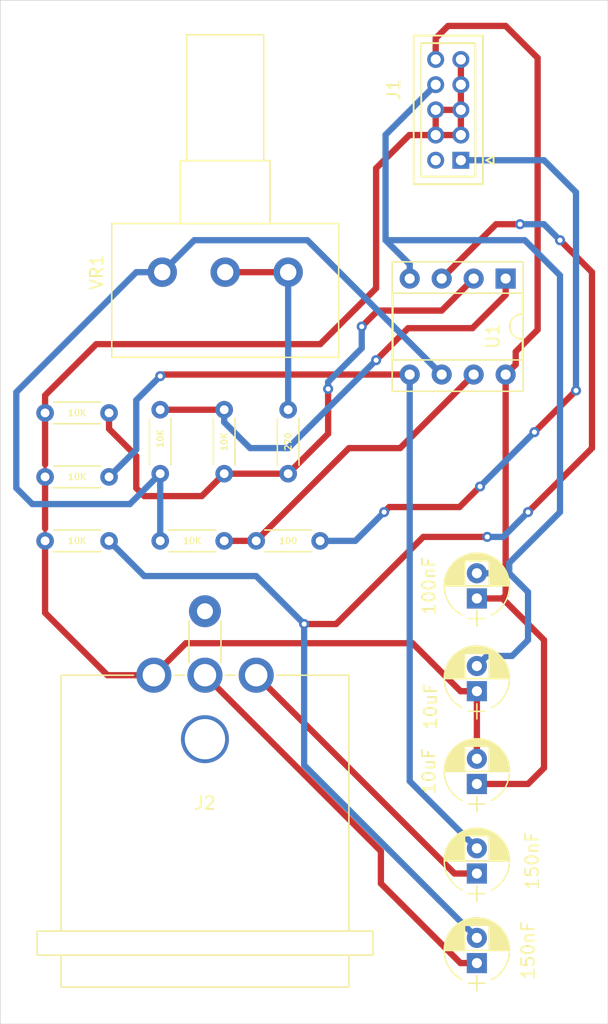
<source format=kicad_pcb>
(kicad_pcb (version 20171130) (host pcbnew "(5.1.4)-1")

  (general
    (thickness 1.6)
    (drawings 4)
    (tracks 170)
    (zones 0)
    (modules 17)
    (nets 14)
  )

  (page A4)
  (layers
    (0 F.Cu signal)
    (31 B.Cu signal)
    (32 B.Adhes user)
    (33 F.Adhes user)
    (34 B.Paste user)
    (35 F.Paste user)
    (36 B.SilkS user)
    (37 F.SilkS user)
    (38 B.Mask user)
    (39 F.Mask user)
    (40 Dwgs.User user)
    (41 Cmts.User user)
    (42 Eco1.User user)
    (43 Eco2.User user)
    (44 Edge.Cuts user)
    (45 Margin user)
    (46 B.CrtYd user)
    (47 F.CrtYd user)
    (48 B.Fab user)
    (49 F.Fab user hide)
  )

  (setup
    (last_trace_width 0.5)
    (user_trace_width 0.5)
    (trace_clearance 0.2)
    (zone_clearance 0.508)
    (zone_45_only no)
    (trace_min 0.2)
    (via_size 0.8)
    (via_drill 0.4)
    (via_min_size 0.4)
    (via_min_drill 0.3)
    (uvia_size 0.3)
    (uvia_drill 0.1)
    (uvias_allowed no)
    (uvia_min_size 0.2)
    (uvia_min_drill 0.1)
    (edge_width 0.05)
    (segment_width 0.2)
    (pcb_text_width 0.3)
    (pcb_text_size 1.5 1.5)
    (mod_edge_width 0.12)
    (mod_text_size 1 1)
    (mod_text_width 0.15)
    (pad_size 1.524 1.524)
    (pad_drill 0.762)
    (pad_to_mask_clearance 0.051)
    (solder_mask_min_width 0.25)
    (aux_axis_origin 0 0)
    (visible_elements 7FFFFFFF)
    (pcbplotparams
      (layerselection 0x010fc_ffffffff)
      (usegerberextensions false)
      (usegerberattributes false)
      (usegerberadvancedattributes false)
      (creategerberjobfile false)
      (excludeedgelayer true)
      (linewidth 0.100000)
      (plotframeref false)
      (viasonmask false)
      (mode 1)
      (useauxorigin false)
      (hpglpennumber 1)
      (hpglpenspeed 20)
      (hpglpendiameter 15.000000)
      (psnegative false)
      (psa4output false)
      (plotreference true)
      (plotvalue true)
      (plotinvisibletext false)
      (padsonsilk false)
      (subtractmaskfromsilk false)
      (outputformat 1)
      (mirror false)
      (drillshape 0)
      (scaleselection 1)
      (outputdirectory ""))
  )

  (net 0 "")
  (net 1 "Net-(C1-Pad1)")
  (net 2 "Net-(C1-Pad2)")
  (net 3 "Net-(C2-Pad2)")
  (net 4 "Net-(C2-Pad1)")
  (net 5 GND)
  (net 6 "Net-(C3-Pad1)")
  (net 7 "Net-(C4-Pad2)")
  (net 8 "Net-(J1-Pad1)")
  (net 9 "Net-(R3-Pad1)")
  (net 10 "Net-(R3-Pad2)")
  (net 11 "Net-(R5-Pad1)")
  (net 12 "Net-(R6-Pad2)")
  (net 13 "Net-(R7-Pad2)")

  (net_class Default "This is the default net class."
    (clearance 0.2)
    (trace_width 0.25)
    (via_dia 0.8)
    (via_drill 0.4)
    (uvia_dia 0.3)
    (uvia_drill 0.1)
    (add_net GND)
    (add_net "Net-(C1-Pad1)")
    (add_net "Net-(C1-Pad2)")
    (add_net "Net-(C2-Pad1)")
    (add_net "Net-(C2-Pad2)")
    (add_net "Net-(C3-Pad1)")
    (add_net "Net-(C4-Pad2)")
    (add_net "Net-(J1-Pad1)")
    (add_net "Net-(R3-Pad1)")
    (add_net "Net-(R3-Pad2)")
    (add_net "Net-(R5-Pad1)")
    (add_net "Net-(R6-Pad2)")
    (add_net "Net-(R7-Pad2)")
  )

  (module Capacitors_THT:CP_Radial_D5.0mm_P2.00mm (layer F.Cu) (tedit 597BC7C2) (tstamp 5D921D0B)
    (at 93.726 101.854 90)
    (descr "CP, Radial series, Radial, pin pitch=2.00mm, , diameter=5mm, Electrolytic Capacitor")
    (tags "CP Radial series Radial pin pitch 2.00mm  diameter 5mm Electrolytic Capacitor")
    (path /5D97B4DE)
    (fp_text reference 10uF (at -1.2065 -3.683 90) (layer F.SilkS)
      (effects (font (size 1 1) (thickness 0.15)))
    )
    (fp_text value 10uF (at 1 3.81 90) (layer F.Fab)
      (effects (font (size 1 1) (thickness 0.15)))
    )
    (fp_arc (start 1 0) (end -1.30558 -1.18) (angle 125.8) (layer F.SilkS) (width 0.12))
    (fp_arc (start 1 0) (end -1.30558 1.18) (angle -125.8) (layer F.SilkS) (width 0.12))
    (fp_arc (start 1 0) (end 3.30558 -1.18) (angle 54.2) (layer F.SilkS) (width 0.12))
    (fp_circle (center 1 0) (end 3.5 0) (layer F.Fab) (width 0.1))
    (fp_line (start -2.2 0) (end -1 0) (layer F.Fab) (width 0.1))
    (fp_line (start -1.6 -0.65) (end -1.6 0.65) (layer F.Fab) (width 0.1))
    (fp_line (start 1 -2.55) (end 1 2.55) (layer F.SilkS) (width 0.12))
    (fp_line (start 1.04 -2.55) (end 1.04 -0.98) (layer F.SilkS) (width 0.12))
    (fp_line (start 1.04 0.98) (end 1.04 2.55) (layer F.SilkS) (width 0.12))
    (fp_line (start 1.08 -2.549) (end 1.08 -0.98) (layer F.SilkS) (width 0.12))
    (fp_line (start 1.08 0.98) (end 1.08 2.549) (layer F.SilkS) (width 0.12))
    (fp_line (start 1.12 -2.548) (end 1.12 -0.98) (layer F.SilkS) (width 0.12))
    (fp_line (start 1.12 0.98) (end 1.12 2.548) (layer F.SilkS) (width 0.12))
    (fp_line (start 1.16 -2.546) (end 1.16 -0.98) (layer F.SilkS) (width 0.12))
    (fp_line (start 1.16 0.98) (end 1.16 2.546) (layer F.SilkS) (width 0.12))
    (fp_line (start 1.2 -2.543) (end 1.2 -0.98) (layer F.SilkS) (width 0.12))
    (fp_line (start 1.2 0.98) (end 1.2 2.543) (layer F.SilkS) (width 0.12))
    (fp_line (start 1.24 -2.539) (end 1.24 -0.98) (layer F.SilkS) (width 0.12))
    (fp_line (start 1.24 0.98) (end 1.24 2.539) (layer F.SilkS) (width 0.12))
    (fp_line (start 1.28 -2.535) (end 1.28 -0.98) (layer F.SilkS) (width 0.12))
    (fp_line (start 1.28 0.98) (end 1.28 2.535) (layer F.SilkS) (width 0.12))
    (fp_line (start 1.32 -2.531) (end 1.32 -0.98) (layer F.SilkS) (width 0.12))
    (fp_line (start 1.32 0.98) (end 1.32 2.531) (layer F.SilkS) (width 0.12))
    (fp_line (start 1.36 -2.525) (end 1.36 -0.98) (layer F.SilkS) (width 0.12))
    (fp_line (start 1.36 0.98) (end 1.36 2.525) (layer F.SilkS) (width 0.12))
    (fp_line (start 1.4 -2.519) (end 1.4 -0.98) (layer F.SilkS) (width 0.12))
    (fp_line (start 1.4 0.98) (end 1.4 2.519) (layer F.SilkS) (width 0.12))
    (fp_line (start 1.44 -2.513) (end 1.44 -0.98) (layer F.SilkS) (width 0.12))
    (fp_line (start 1.44 0.98) (end 1.44 2.513) (layer F.SilkS) (width 0.12))
    (fp_line (start 1.48 -2.506) (end 1.48 -0.98) (layer F.SilkS) (width 0.12))
    (fp_line (start 1.48 0.98) (end 1.48 2.506) (layer F.SilkS) (width 0.12))
    (fp_line (start 1.52 -2.498) (end 1.52 -0.98) (layer F.SilkS) (width 0.12))
    (fp_line (start 1.52 0.98) (end 1.52 2.498) (layer F.SilkS) (width 0.12))
    (fp_line (start 1.56 -2.489) (end 1.56 -0.98) (layer F.SilkS) (width 0.12))
    (fp_line (start 1.56 0.98) (end 1.56 2.489) (layer F.SilkS) (width 0.12))
    (fp_line (start 1.6 -2.48) (end 1.6 -0.98) (layer F.SilkS) (width 0.12))
    (fp_line (start 1.6 0.98) (end 1.6 2.48) (layer F.SilkS) (width 0.12))
    (fp_line (start 1.64 -2.47) (end 1.64 -0.98) (layer F.SilkS) (width 0.12))
    (fp_line (start 1.64 0.98) (end 1.64 2.47) (layer F.SilkS) (width 0.12))
    (fp_line (start 1.68 -2.46) (end 1.68 -0.98) (layer F.SilkS) (width 0.12))
    (fp_line (start 1.68 0.98) (end 1.68 2.46) (layer F.SilkS) (width 0.12))
    (fp_line (start 1.721 -2.448) (end 1.721 -0.98) (layer F.SilkS) (width 0.12))
    (fp_line (start 1.721 0.98) (end 1.721 2.448) (layer F.SilkS) (width 0.12))
    (fp_line (start 1.761 -2.436) (end 1.761 -0.98) (layer F.SilkS) (width 0.12))
    (fp_line (start 1.761 0.98) (end 1.761 2.436) (layer F.SilkS) (width 0.12))
    (fp_line (start 1.801 -2.424) (end 1.801 -0.98) (layer F.SilkS) (width 0.12))
    (fp_line (start 1.801 0.98) (end 1.801 2.424) (layer F.SilkS) (width 0.12))
    (fp_line (start 1.841 -2.41) (end 1.841 -0.98) (layer F.SilkS) (width 0.12))
    (fp_line (start 1.841 0.98) (end 1.841 2.41) (layer F.SilkS) (width 0.12))
    (fp_line (start 1.881 -2.396) (end 1.881 -0.98) (layer F.SilkS) (width 0.12))
    (fp_line (start 1.881 0.98) (end 1.881 2.396) (layer F.SilkS) (width 0.12))
    (fp_line (start 1.921 -2.382) (end 1.921 -0.98) (layer F.SilkS) (width 0.12))
    (fp_line (start 1.921 0.98) (end 1.921 2.382) (layer F.SilkS) (width 0.12))
    (fp_line (start 1.961 -2.366) (end 1.961 -0.98) (layer F.SilkS) (width 0.12))
    (fp_line (start 1.961 0.98) (end 1.961 2.366) (layer F.SilkS) (width 0.12))
    (fp_line (start 2.001 -2.35) (end 2.001 -0.98) (layer F.SilkS) (width 0.12))
    (fp_line (start 2.001 0.98) (end 2.001 2.35) (layer F.SilkS) (width 0.12))
    (fp_line (start 2.041 -2.333) (end 2.041 -0.98) (layer F.SilkS) (width 0.12))
    (fp_line (start 2.041 0.98) (end 2.041 2.333) (layer F.SilkS) (width 0.12))
    (fp_line (start 2.081 -2.315) (end 2.081 -0.98) (layer F.SilkS) (width 0.12))
    (fp_line (start 2.081 0.98) (end 2.081 2.315) (layer F.SilkS) (width 0.12))
    (fp_line (start 2.121 -2.296) (end 2.121 -0.98) (layer F.SilkS) (width 0.12))
    (fp_line (start 2.121 0.98) (end 2.121 2.296) (layer F.SilkS) (width 0.12))
    (fp_line (start 2.161 -2.276) (end 2.161 -0.98) (layer F.SilkS) (width 0.12))
    (fp_line (start 2.161 0.98) (end 2.161 2.276) (layer F.SilkS) (width 0.12))
    (fp_line (start 2.201 -2.256) (end 2.201 -0.98) (layer F.SilkS) (width 0.12))
    (fp_line (start 2.201 0.98) (end 2.201 2.256) (layer F.SilkS) (width 0.12))
    (fp_line (start 2.241 -2.234) (end 2.241 -0.98) (layer F.SilkS) (width 0.12))
    (fp_line (start 2.241 0.98) (end 2.241 2.234) (layer F.SilkS) (width 0.12))
    (fp_line (start 2.281 -2.212) (end 2.281 -0.98) (layer F.SilkS) (width 0.12))
    (fp_line (start 2.281 0.98) (end 2.281 2.212) (layer F.SilkS) (width 0.12))
    (fp_line (start 2.321 -2.189) (end 2.321 -0.98) (layer F.SilkS) (width 0.12))
    (fp_line (start 2.321 0.98) (end 2.321 2.189) (layer F.SilkS) (width 0.12))
    (fp_line (start 2.361 -2.165) (end 2.361 -0.98) (layer F.SilkS) (width 0.12))
    (fp_line (start 2.361 0.98) (end 2.361 2.165) (layer F.SilkS) (width 0.12))
    (fp_line (start 2.401 -2.14) (end 2.401 -0.98) (layer F.SilkS) (width 0.12))
    (fp_line (start 2.401 0.98) (end 2.401 2.14) (layer F.SilkS) (width 0.12))
    (fp_line (start 2.441 -2.113) (end 2.441 -0.98) (layer F.SilkS) (width 0.12))
    (fp_line (start 2.441 0.98) (end 2.441 2.113) (layer F.SilkS) (width 0.12))
    (fp_line (start 2.481 -2.086) (end 2.481 -0.98) (layer F.SilkS) (width 0.12))
    (fp_line (start 2.481 0.98) (end 2.481 2.086) (layer F.SilkS) (width 0.12))
    (fp_line (start 2.521 -2.058) (end 2.521 -0.98) (layer F.SilkS) (width 0.12))
    (fp_line (start 2.521 0.98) (end 2.521 2.058) (layer F.SilkS) (width 0.12))
    (fp_line (start 2.561 -2.028) (end 2.561 -0.98) (layer F.SilkS) (width 0.12))
    (fp_line (start 2.561 0.98) (end 2.561 2.028) (layer F.SilkS) (width 0.12))
    (fp_line (start 2.601 -1.997) (end 2.601 -0.98) (layer F.SilkS) (width 0.12))
    (fp_line (start 2.601 0.98) (end 2.601 1.997) (layer F.SilkS) (width 0.12))
    (fp_line (start 2.641 -1.965) (end 2.641 -0.98) (layer F.SilkS) (width 0.12))
    (fp_line (start 2.641 0.98) (end 2.641 1.965) (layer F.SilkS) (width 0.12))
    (fp_line (start 2.681 -1.932) (end 2.681 -0.98) (layer F.SilkS) (width 0.12))
    (fp_line (start 2.681 0.98) (end 2.681 1.932) (layer F.SilkS) (width 0.12))
    (fp_line (start 2.721 -1.897) (end 2.721 -0.98) (layer F.SilkS) (width 0.12))
    (fp_line (start 2.721 0.98) (end 2.721 1.897) (layer F.SilkS) (width 0.12))
    (fp_line (start 2.761 -1.861) (end 2.761 -0.98) (layer F.SilkS) (width 0.12))
    (fp_line (start 2.761 0.98) (end 2.761 1.861) (layer F.SilkS) (width 0.12))
    (fp_line (start 2.801 -1.823) (end 2.801 -0.98) (layer F.SilkS) (width 0.12))
    (fp_line (start 2.801 0.98) (end 2.801 1.823) (layer F.SilkS) (width 0.12))
    (fp_line (start 2.841 -1.783) (end 2.841 -0.98) (layer F.SilkS) (width 0.12))
    (fp_line (start 2.841 0.98) (end 2.841 1.783) (layer F.SilkS) (width 0.12))
    (fp_line (start 2.881 -1.742) (end 2.881 -0.98) (layer F.SilkS) (width 0.12))
    (fp_line (start 2.881 0.98) (end 2.881 1.742) (layer F.SilkS) (width 0.12))
    (fp_line (start 2.921 -1.699) (end 2.921 -0.98) (layer F.SilkS) (width 0.12))
    (fp_line (start 2.921 0.98) (end 2.921 1.699) (layer F.SilkS) (width 0.12))
    (fp_line (start 2.961 -1.654) (end 2.961 -0.98) (layer F.SilkS) (width 0.12))
    (fp_line (start 2.961 0.98) (end 2.961 1.654) (layer F.SilkS) (width 0.12))
    (fp_line (start 3.001 -1.606) (end 3.001 1.606) (layer F.SilkS) (width 0.12))
    (fp_line (start 3.041 -1.556) (end 3.041 1.556) (layer F.SilkS) (width 0.12))
    (fp_line (start 3.081 -1.504) (end 3.081 1.504) (layer F.SilkS) (width 0.12))
    (fp_line (start 3.121 -1.448) (end 3.121 1.448) (layer F.SilkS) (width 0.12))
    (fp_line (start 3.161 -1.39) (end 3.161 1.39) (layer F.SilkS) (width 0.12))
    (fp_line (start 3.201 -1.327) (end 3.201 1.327) (layer F.SilkS) (width 0.12))
    (fp_line (start 3.241 -1.261) (end 3.241 1.261) (layer F.SilkS) (width 0.12))
    (fp_line (start 3.281 -1.189) (end 3.281 1.189) (layer F.SilkS) (width 0.12))
    (fp_line (start 3.321 -1.112) (end 3.321 1.112) (layer F.SilkS) (width 0.12))
    (fp_line (start 3.361 -1.028) (end 3.361 1.028) (layer F.SilkS) (width 0.12))
    (fp_line (start 3.401 -0.934) (end 3.401 0.934) (layer F.SilkS) (width 0.12))
    (fp_line (start 3.441 -0.829) (end 3.441 0.829) (layer F.SilkS) (width 0.12))
    (fp_line (start 3.481 -0.707) (end 3.481 0.707) (layer F.SilkS) (width 0.12))
    (fp_line (start 3.521 -0.559) (end 3.521 0.559) (layer F.SilkS) (width 0.12))
    (fp_line (start 3.561 -0.354) (end 3.561 0.354) (layer F.SilkS) (width 0.12))
    (fp_line (start -2.2 0) (end -1 0) (layer F.SilkS) (width 0.12))
    (fp_line (start -1.6 -0.65) (end -1.6 0.65) (layer F.SilkS) (width 0.12))
    (fp_line (start -1.85 -2.85) (end -1.85 2.85) (layer F.CrtYd) (width 0.05))
    (fp_line (start -1.85 2.85) (end 3.85 2.85) (layer F.CrtYd) (width 0.05))
    (fp_line (start 3.85 2.85) (end 3.85 -2.85) (layer F.CrtYd) (width 0.05))
    (fp_line (start 3.85 -2.85) (end -1.85 -2.85) (layer F.CrtYd) (width 0.05))
    (fp_text user %R (at 1 0 90) (layer F.Fab)
      (effects (font (size 1 1) (thickness 0.15)))
    )
    (pad 1 thru_hole rect (at 0 0 90) (size 1.6 1.6) (drill 0.8) (layers *.Cu *.Mask)
      (net 5 GND))
    (pad 2 thru_hole circle (at 2 0 90) (size 1.6 1.6) (drill 0.8) (layers *.Cu *.Mask)
      (net 7 "Net-(C4-Pad2)"))
    (model ${KISYS3DMOD}/Capacitors_THT.3dshapes/CP_Radial_D5.0mm_P2.00mm.wrl
      (at (xyz 0 0 0))
      (scale (xyz 1 1 1))
      (rotate (xyz 0 0 0))
    )
  )

  (module Capacitors_THT:CP_Radial_D5.0mm_P2.00mm (layer F.Cu) (tedit 597BC7C2) (tstamp 5D9246E2)
    (at 93.726 123.444 90)
    (descr "CP, Radial series, Radial, pin pitch=2.00mm, , diameter=5mm, Electrolytic Capacitor")
    (tags "CP Radial series Radial pin pitch 2.00mm  diameter 5mm Electrolytic Capacitor")
    (path /5D9718BF)
    (fp_text reference 150nF (at 1 4.064 90) (layer F.SilkS)
      (effects (font (size 1 1) (thickness 0.15)))
    )
    (fp_text value 150nF (at 1 3.81 90) (layer F.Fab)
      (effects (font (size 1 1) (thickness 0.15)))
    )
    (fp_arc (start 1 0) (end -1.30558 -1.18) (angle 125.8) (layer F.SilkS) (width 0.12))
    (fp_arc (start 1 0) (end -1.30558 1.18) (angle -125.8) (layer F.SilkS) (width 0.12))
    (fp_arc (start 1 0) (end 3.30558 -1.18) (angle 54.2) (layer F.SilkS) (width 0.12))
    (fp_circle (center 1 0) (end 3.5 0) (layer F.Fab) (width 0.1))
    (fp_line (start -2.2 0) (end -1 0) (layer F.Fab) (width 0.1))
    (fp_line (start -1.6 -0.65) (end -1.6 0.65) (layer F.Fab) (width 0.1))
    (fp_line (start 1 -2.55) (end 1 2.55) (layer F.SilkS) (width 0.12))
    (fp_line (start 1.04 -2.55) (end 1.04 -0.98) (layer F.SilkS) (width 0.12))
    (fp_line (start 1.04 0.98) (end 1.04 2.55) (layer F.SilkS) (width 0.12))
    (fp_line (start 1.08 -2.549) (end 1.08 -0.98) (layer F.SilkS) (width 0.12))
    (fp_line (start 1.08 0.98) (end 1.08 2.549) (layer F.SilkS) (width 0.12))
    (fp_line (start 1.12 -2.548) (end 1.12 -0.98) (layer F.SilkS) (width 0.12))
    (fp_line (start 1.12 0.98) (end 1.12 2.548) (layer F.SilkS) (width 0.12))
    (fp_line (start 1.16 -2.546) (end 1.16 -0.98) (layer F.SilkS) (width 0.12))
    (fp_line (start 1.16 0.98) (end 1.16 2.546) (layer F.SilkS) (width 0.12))
    (fp_line (start 1.2 -2.543) (end 1.2 -0.98) (layer F.SilkS) (width 0.12))
    (fp_line (start 1.2 0.98) (end 1.2 2.543) (layer F.SilkS) (width 0.12))
    (fp_line (start 1.24 -2.539) (end 1.24 -0.98) (layer F.SilkS) (width 0.12))
    (fp_line (start 1.24 0.98) (end 1.24 2.539) (layer F.SilkS) (width 0.12))
    (fp_line (start 1.28 -2.535) (end 1.28 -0.98) (layer F.SilkS) (width 0.12))
    (fp_line (start 1.28 0.98) (end 1.28 2.535) (layer F.SilkS) (width 0.12))
    (fp_line (start 1.32 -2.531) (end 1.32 -0.98) (layer F.SilkS) (width 0.12))
    (fp_line (start 1.32 0.98) (end 1.32 2.531) (layer F.SilkS) (width 0.12))
    (fp_line (start 1.36 -2.525) (end 1.36 -0.98) (layer F.SilkS) (width 0.12))
    (fp_line (start 1.36 0.98) (end 1.36 2.525) (layer F.SilkS) (width 0.12))
    (fp_line (start 1.4 -2.519) (end 1.4 -0.98) (layer F.SilkS) (width 0.12))
    (fp_line (start 1.4 0.98) (end 1.4 2.519) (layer F.SilkS) (width 0.12))
    (fp_line (start 1.44 -2.513) (end 1.44 -0.98) (layer F.SilkS) (width 0.12))
    (fp_line (start 1.44 0.98) (end 1.44 2.513) (layer F.SilkS) (width 0.12))
    (fp_line (start 1.48 -2.506) (end 1.48 -0.98) (layer F.SilkS) (width 0.12))
    (fp_line (start 1.48 0.98) (end 1.48 2.506) (layer F.SilkS) (width 0.12))
    (fp_line (start 1.52 -2.498) (end 1.52 -0.98) (layer F.SilkS) (width 0.12))
    (fp_line (start 1.52 0.98) (end 1.52 2.498) (layer F.SilkS) (width 0.12))
    (fp_line (start 1.56 -2.489) (end 1.56 -0.98) (layer F.SilkS) (width 0.12))
    (fp_line (start 1.56 0.98) (end 1.56 2.489) (layer F.SilkS) (width 0.12))
    (fp_line (start 1.6 -2.48) (end 1.6 -0.98) (layer F.SilkS) (width 0.12))
    (fp_line (start 1.6 0.98) (end 1.6 2.48) (layer F.SilkS) (width 0.12))
    (fp_line (start 1.64 -2.47) (end 1.64 -0.98) (layer F.SilkS) (width 0.12))
    (fp_line (start 1.64 0.98) (end 1.64 2.47) (layer F.SilkS) (width 0.12))
    (fp_line (start 1.68 -2.46) (end 1.68 -0.98) (layer F.SilkS) (width 0.12))
    (fp_line (start 1.68 0.98) (end 1.68 2.46) (layer F.SilkS) (width 0.12))
    (fp_line (start 1.721 -2.448) (end 1.721 -0.98) (layer F.SilkS) (width 0.12))
    (fp_line (start 1.721 0.98) (end 1.721 2.448) (layer F.SilkS) (width 0.12))
    (fp_line (start 1.761 -2.436) (end 1.761 -0.98) (layer F.SilkS) (width 0.12))
    (fp_line (start 1.761 0.98) (end 1.761 2.436) (layer F.SilkS) (width 0.12))
    (fp_line (start 1.801 -2.424) (end 1.801 -0.98) (layer F.SilkS) (width 0.12))
    (fp_line (start 1.801 0.98) (end 1.801 2.424) (layer F.SilkS) (width 0.12))
    (fp_line (start 1.841 -2.41) (end 1.841 -0.98) (layer F.SilkS) (width 0.12))
    (fp_line (start 1.841 0.98) (end 1.841 2.41) (layer F.SilkS) (width 0.12))
    (fp_line (start 1.881 -2.396) (end 1.881 -0.98) (layer F.SilkS) (width 0.12))
    (fp_line (start 1.881 0.98) (end 1.881 2.396) (layer F.SilkS) (width 0.12))
    (fp_line (start 1.921 -2.382) (end 1.921 -0.98) (layer F.SilkS) (width 0.12))
    (fp_line (start 1.921 0.98) (end 1.921 2.382) (layer F.SilkS) (width 0.12))
    (fp_line (start 1.961 -2.366) (end 1.961 -0.98) (layer F.SilkS) (width 0.12))
    (fp_line (start 1.961 0.98) (end 1.961 2.366) (layer F.SilkS) (width 0.12))
    (fp_line (start 2.001 -2.35) (end 2.001 -0.98) (layer F.SilkS) (width 0.12))
    (fp_line (start 2.001 0.98) (end 2.001 2.35) (layer F.SilkS) (width 0.12))
    (fp_line (start 2.041 -2.333) (end 2.041 -0.98) (layer F.SilkS) (width 0.12))
    (fp_line (start 2.041 0.98) (end 2.041 2.333) (layer F.SilkS) (width 0.12))
    (fp_line (start 2.081 -2.315) (end 2.081 -0.98) (layer F.SilkS) (width 0.12))
    (fp_line (start 2.081 0.98) (end 2.081 2.315) (layer F.SilkS) (width 0.12))
    (fp_line (start 2.121 -2.296) (end 2.121 -0.98) (layer F.SilkS) (width 0.12))
    (fp_line (start 2.121 0.98) (end 2.121 2.296) (layer F.SilkS) (width 0.12))
    (fp_line (start 2.161 -2.276) (end 2.161 -0.98) (layer F.SilkS) (width 0.12))
    (fp_line (start 2.161 0.98) (end 2.161 2.276) (layer F.SilkS) (width 0.12))
    (fp_line (start 2.201 -2.256) (end 2.201 -0.98) (layer F.SilkS) (width 0.12))
    (fp_line (start 2.201 0.98) (end 2.201 2.256) (layer F.SilkS) (width 0.12))
    (fp_line (start 2.241 -2.234) (end 2.241 -0.98) (layer F.SilkS) (width 0.12))
    (fp_line (start 2.241 0.98) (end 2.241 2.234) (layer F.SilkS) (width 0.12))
    (fp_line (start 2.281 -2.212) (end 2.281 -0.98) (layer F.SilkS) (width 0.12))
    (fp_line (start 2.281 0.98) (end 2.281 2.212) (layer F.SilkS) (width 0.12))
    (fp_line (start 2.321 -2.189) (end 2.321 -0.98) (layer F.SilkS) (width 0.12))
    (fp_line (start 2.321 0.98) (end 2.321 2.189) (layer F.SilkS) (width 0.12))
    (fp_line (start 2.361 -2.165) (end 2.361 -0.98) (layer F.SilkS) (width 0.12))
    (fp_line (start 2.361 0.98) (end 2.361 2.165) (layer F.SilkS) (width 0.12))
    (fp_line (start 2.401 -2.14) (end 2.401 -0.98) (layer F.SilkS) (width 0.12))
    (fp_line (start 2.401 0.98) (end 2.401 2.14) (layer F.SilkS) (width 0.12))
    (fp_line (start 2.441 -2.113) (end 2.441 -0.98) (layer F.SilkS) (width 0.12))
    (fp_line (start 2.441 0.98) (end 2.441 2.113) (layer F.SilkS) (width 0.12))
    (fp_line (start 2.481 -2.086) (end 2.481 -0.98) (layer F.SilkS) (width 0.12))
    (fp_line (start 2.481 0.98) (end 2.481 2.086) (layer F.SilkS) (width 0.12))
    (fp_line (start 2.521 -2.058) (end 2.521 -0.98) (layer F.SilkS) (width 0.12))
    (fp_line (start 2.521 0.98) (end 2.521 2.058) (layer F.SilkS) (width 0.12))
    (fp_line (start 2.561 -2.028) (end 2.561 -0.98) (layer F.SilkS) (width 0.12))
    (fp_line (start 2.561 0.98) (end 2.561 2.028) (layer F.SilkS) (width 0.12))
    (fp_line (start 2.601 -1.997) (end 2.601 -0.98) (layer F.SilkS) (width 0.12))
    (fp_line (start 2.601 0.98) (end 2.601 1.997) (layer F.SilkS) (width 0.12))
    (fp_line (start 2.641 -1.965) (end 2.641 -0.98) (layer F.SilkS) (width 0.12))
    (fp_line (start 2.641 0.98) (end 2.641 1.965) (layer F.SilkS) (width 0.12))
    (fp_line (start 2.681 -1.932) (end 2.681 -0.98) (layer F.SilkS) (width 0.12))
    (fp_line (start 2.681 0.98) (end 2.681 1.932) (layer F.SilkS) (width 0.12))
    (fp_line (start 2.721 -1.897) (end 2.721 -0.98) (layer F.SilkS) (width 0.12))
    (fp_line (start 2.721 0.98) (end 2.721 1.897) (layer F.SilkS) (width 0.12))
    (fp_line (start 2.761 -1.861) (end 2.761 -0.98) (layer F.SilkS) (width 0.12))
    (fp_line (start 2.761 0.98) (end 2.761 1.861) (layer F.SilkS) (width 0.12))
    (fp_line (start 2.801 -1.823) (end 2.801 -0.98) (layer F.SilkS) (width 0.12))
    (fp_line (start 2.801 0.98) (end 2.801 1.823) (layer F.SilkS) (width 0.12))
    (fp_line (start 2.841 -1.783) (end 2.841 -0.98) (layer F.SilkS) (width 0.12))
    (fp_line (start 2.841 0.98) (end 2.841 1.783) (layer F.SilkS) (width 0.12))
    (fp_line (start 2.881 -1.742) (end 2.881 -0.98) (layer F.SilkS) (width 0.12))
    (fp_line (start 2.881 0.98) (end 2.881 1.742) (layer F.SilkS) (width 0.12))
    (fp_line (start 2.921 -1.699) (end 2.921 -0.98) (layer F.SilkS) (width 0.12))
    (fp_line (start 2.921 0.98) (end 2.921 1.699) (layer F.SilkS) (width 0.12))
    (fp_line (start 2.961 -1.654) (end 2.961 -0.98) (layer F.SilkS) (width 0.12))
    (fp_line (start 2.961 0.98) (end 2.961 1.654) (layer F.SilkS) (width 0.12))
    (fp_line (start 3.001 -1.606) (end 3.001 1.606) (layer F.SilkS) (width 0.12))
    (fp_line (start 3.041 -1.556) (end 3.041 1.556) (layer F.SilkS) (width 0.12))
    (fp_line (start 3.081 -1.504) (end 3.081 1.504) (layer F.SilkS) (width 0.12))
    (fp_line (start 3.121 -1.448) (end 3.121 1.448) (layer F.SilkS) (width 0.12))
    (fp_line (start 3.161 -1.39) (end 3.161 1.39) (layer F.SilkS) (width 0.12))
    (fp_line (start 3.201 -1.327) (end 3.201 1.327) (layer F.SilkS) (width 0.12))
    (fp_line (start 3.241 -1.261) (end 3.241 1.261) (layer F.SilkS) (width 0.12))
    (fp_line (start 3.281 -1.189) (end 3.281 1.189) (layer F.SilkS) (width 0.12))
    (fp_line (start 3.321 -1.112) (end 3.321 1.112) (layer F.SilkS) (width 0.12))
    (fp_line (start 3.361 -1.028) (end 3.361 1.028) (layer F.SilkS) (width 0.12))
    (fp_line (start 3.401 -0.934) (end 3.401 0.934) (layer F.SilkS) (width 0.12))
    (fp_line (start 3.441 -0.829) (end 3.441 0.829) (layer F.SilkS) (width 0.12))
    (fp_line (start 3.481 -0.707) (end 3.481 0.707) (layer F.SilkS) (width 0.12))
    (fp_line (start 3.521 -0.559) (end 3.521 0.559) (layer F.SilkS) (width 0.12))
    (fp_line (start 3.561 -0.354) (end 3.561 0.354) (layer F.SilkS) (width 0.12))
    (fp_line (start -2.2 0) (end -1 0) (layer F.SilkS) (width 0.12))
    (fp_line (start -1.6 -0.65) (end -1.6 0.65) (layer F.SilkS) (width 0.12))
    (fp_line (start -1.85 -2.85) (end -1.85 2.85) (layer F.CrtYd) (width 0.05))
    (fp_line (start -1.85 2.85) (end 3.85 2.85) (layer F.CrtYd) (width 0.05))
    (fp_line (start 3.85 2.85) (end 3.85 -2.85) (layer F.CrtYd) (width 0.05))
    (fp_line (start 3.85 -2.85) (end -1.85 -2.85) (layer F.CrtYd) (width 0.05))
    (fp_text user %R (at 1 0 90) (layer F.Fab)
      (effects (font (size 1 1) (thickness 0.15)))
    )
    (pad 1 thru_hole rect (at 0 0 90) (size 1.6 1.6) (drill 0.8) (layers *.Cu *.Mask)
      (net 1 "Net-(C1-Pad1)"))
    (pad 2 thru_hole circle (at 2 0 90) (size 1.6 1.6) (drill 0.8) (layers *.Cu *.Mask)
      (net 2 "Net-(C1-Pad2)"))
    (model ${KISYS3DMOD}/Capacitors_THT.3dshapes/CP_Radial_D5.0mm_P2.00mm.wrl
      (at (xyz 0 0 0))
      (scale (xyz 1 1 1))
      (rotate (xyz 0 0 0))
    )
  )

  (module Capacitors_THT:CP_Radial_D5.0mm_P2.00mm (layer F.Cu) (tedit 597BC7C2) (tstamp 5D924A80)
    (at 93.726 116.332 90)
    (descr "CP, Radial series, Radial, pin pitch=2.00mm, , diameter=5mm, Electrolytic Capacitor")
    (tags "CP Radial series Radial pin pitch 2.00mm  diameter 5mm Electrolytic Capacitor")
    (path /5D972290)
    (fp_text reference 150nF (at 1.016 4.3815 90) (layer F.SilkS)
      (effects (font (size 1 1) (thickness 0.15)))
    )
    (fp_text value 150nF (at 1 3.81 90) (layer F.Fab)
      (effects (font (size 1 1) (thickness 0.15)))
    )
    (fp_text user %R (at 1 0 90) (layer F.Fab)
      (effects (font (size 1 1) (thickness 0.15)))
    )
    (fp_line (start 3.85 -2.85) (end -1.85 -2.85) (layer F.CrtYd) (width 0.05))
    (fp_line (start 3.85 2.85) (end 3.85 -2.85) (layer F.CrtYd) (width 0.05))
    (fp_line (start -1.85 2.85) (end 3.85 2.85) (layer F.CrtYd) (width 0.05))
    (fp_line (start -1.85 -2.85) (end -1.85 2.85) (layer F.CrtYd) (width 0.05))
    (fp_line (start -1.6 -0.65) (end -1.6 0.65) (layer F.SilkS) (width 0.12))
    (fp_line (start -2.2 0) (end -1 0) (layer F.SilkS) (width 0.12))
    (fp_line (start 3.561 -0.354) (end 3.561 0.354) (layer F.SilkS) (width 0.12))
    (fp_line (start 3.521 -0.559) (end 3.521 0.559) (layer F.SilkS) (width 0.12))
    (fp_line (start 3.481 -0.707) (end 3.481 0.707) (layer F.SilkS) (width 0.12))
    (fp_line (start 3.441 -0.829) (end 3.441 0.829) (layer F.SilkS) (width 0.12))
    (fp_line (start 3.401 -0.934) (end 3.401 0.934) (layer F.SilkS) (width 0.12))
    (fp_line (start 3.361 -1.028) (end 3.361 1.028) (layer F.SilkS) (width 0.12))
    (fp_line (start 3.321 -1.112) (end 3.321 1.112) (layer F.SilkS) (width 0.12))
    (fp_line (start 3.281 -1.189) (end 3.281 1.189) (layer F.SilkS) (width 0.12))
    (fp_line (start 3.241 -1.261) (end 3.241 1.261) (layer F.SilkS) (width 0.12))
    (fp_line (start 3.201 -1.327) (end 3.201 1.327) (layer F.SilkS) (width 0.12))
    (fp_line (start 3.161 -1.39) (end 3.161 1.39) (layer F.SilkS) (width 0.12))
    (fp_line (start 3.121 -1.448) (end 3.121 1.448) (layer F.SilkS) (width 0.12))
    (fp_line (start 3.081 -1.504) (end 3.081 1.504) (layer F.SilkS) (width 0.12))
    (fp_line (start 3.041 -1.556) (end 3.041 1.556) (layer F.SilkS) (width 0.12))
    (fp_line (start 3.001 -1.606) (end 3.001 1.606) (layer F.SilkS) (width 0.12))
    (fp_line (start 2.961 0.98) (end 2.961 1.654) (layer F.SilkS) (width 0.12))
    (fp_line (start 2.961 -1.654) (end 2.961 -0.98) (layer F.SilkS) (width 0.12))
    (fp_line (start 2.921 0.98) (end 2.921 1.699) (layer F.SilkS) (width 0.12))
    (fp_line (start 2.921 -1.699) (end 2.921 -0.98) (layer F.SilkS) (width 0.12))
    (fp_line (start 2.881 0.98) (end 2.881 1.742) (layer F.SilkS) (width 0.12))
    (fp_line (start 2.881 -1.742) (end 2.881 -0.98) (layer F.SilkS) (width 0.12))
    (fp_line (start 2.841 0.98) (end 2.841 1.783) (layer F.SilkS) (width 0.12))
    (fp_line (start 2.841 -1.783) (end 2.841 -0.98) (layer F.SilkS) (width 0.12))
    (fp_line (start 2.801 0.98) (end 2.801 1.823) (layer F.SilkS) (width 0.12))
    (fp_line (start 2.801 -1.823) (end 2.801 -0.98) (layer F.SilkS) (width 0.12))
    (fp_line (start 2.761 0.98) (end 2.761 1.861) (layer F.SilkS) (width 0.12))
    (fp_line (start 2.761 -1.861) (end 2.761 -0.98) (layer F.SilkS) (width 0.12))
    (fp_line (start 2.721 0.98) (end 2.721 1.897) (layer F.SilkS) (width 0.12))
    (fp_line (start 2.721 -1.897) (end 2.721 -0.98) (layer F.SilkS) (width 0.12))
    (fp_line (start 2.681 0.98) (end 2.681 1.932) (layer F.SilkS) (width 0.12))
    (fp_line (start 2.681 -1.932) (end 2.681 -0.98) (layer F.SilkS) (width 0.12))
    (fp_line (start 2.641 0.98) (end 2.641 1.965) (layer F.SilkS) (width 0.12))
    (fp_line (start 2.641 -1.965) (end 2.641 -0.98) (layer F.SilkS) (width 0.12))
    (fp_line (start 2.601 0.98) (end 2.601 1.997) (layer F.SilkS) (width 0.12))
    (fp_line (start 2.601 -1.997) (end 2.601 -0.98) (layer F.SilkS) (width 0.12))
    (fp_line (start 2.561 0.98) (end 2.561 2.028) (layer F.SilkS) (width 0.12))
    (fp_line (start 2.561 -2.028) (end 2.561 -0.98) (layer F.SilkS) (width 0.12))
    (fp_line (start 2.521 0.98) (end 2.521 2.058) (layer F.SilkS) (width 0.12))
    (fp_line (start 2.521 -2.058) (end 2.521 -0.98) (layer F.SilkS) (width 0.12))
    (fp_line (start 2.481 0.98) (end 2.481 2.086) (layer F.SilkS) (width 0.12))
    (fp_line (start 2.481 -2.086) (end 2.481 -0.98) (layer F.SilkS) (width 0.12))
    (fp_line (start 2.441 0.98) (end 2.441 2.113) (layer F.SilkS) (width 0.12))
    (fp_line (start 2.441 -2.113) (end 2.441 -0.98) (layer F.SilkS) (width 0.12))
    (fp_line (start 2.401 0.98) (end 2.401 2.14) (layer F.SilkS) (width 0.12))
    (fp_line (start 2.401 -2.14) (end 2.401 -0.98) (layer F.SilkS) (width 0.12))
    (fp_line (start 2.361 0.98) (end 2.361 2.165) (layer F.SilkS) (width 0.12))
    (fp_line (start 2.361 -2.165) (end 2.361 -0.98) (layer F.SilkS) (width 0.12))
    (fp_line (start 2.321 0.98) (end 2.321 2.189) (layer F.SilkS) (width 0.12))
    (fp_line (start 2.321 -2.189) (end 2.321 -0.98) (layer F.SilkS) (width 0.12))
    (fp_line (start 2.281 0.98) (end 2.281 2.212) (layer F.SilkS) (width 0.12))
    (fp_line (start 2.281 -2.212) (end 2.281 -0.98) (layer F.SilkS) (width 0.12))
    (fp_line (start 2.241 0.98) (end 2.241 2.234) (layer F.SilkS) (width 0.12))
    (fp_line (start 2.241 -2.234) (end 2.241 -0.98) (layer F.SilkS) (width 0.12))
    (fp_line (start 2.201 0.98) (end 2.201 2.256) (layer F.SilkS) (width 0.12))
    (fp_line (start 2.201 -2.256) (end 2.201 -0.98) (layer F.SilkS) (width 0.12))
    (fp_line (start 2.161 0.98) (end 2.161 2.276) (layer F.SilkS) (width 0.12))
    (fp_line (start 2.161 -2.276) (end 2.161 -0.98) (layer F.SilkS) (width 0.12))
    (fp_line (start 2.121 0.98) (end 2.121 2.296) (layer F.SilkS) (width 0.12))
    (fp_line (start 2.121 -2.296) (end 2.121 -0.98) (layer F.SilkS) (width 0.12))
    (fp_line (start 2.081 0.98) (end 2.081 2.315) (layer F.SilkS) (width 0.12))
    (fp_line (start 2.081 -2.315) (end 2.081 -0.98) (layer F.SilkS) (width 0.12))
    (fp_line (start 2.041 0.98) (end 2.041 2.333) (layer F.SilkS) (width 0.12))
    (fp_line (start 2.041 -2.333) (end 2.041 -0.98) (layer F.SilkS) (width 0.12))
    (fp_line (start 2.001 0.98) (end 2.001 2.35) (layer F.SilkS) (width 0.12))
    (fp_line (start 2.001 -2.35) (end 2.001 -0.98) (layer F.SilkS) (width 0.12))
    (fp_line (start 1.961 0.98) (end 1.961 2.366) (layer F.SilkS) (width 0.12))
    (fp_line (start 1.961 -2.366) (end 1.961 -0.98) (layer F.SilkS) (width 0.12))
    (fp_line (start 1.921 0.98) (end 1.921 2.382) (layer F.SilkS) (width 0.12))
    (fp_line (start 1.921 -2.382) (end 1.921 -0.98) (layer F.SilkS) (width 0.12))
    (fp_line (start 1.881 0.98) (end 1.881 2.396) (layer F.SilkS) (width 0.12))
    (fp_line (start 1.881 -2.396) (end 1.881 -0.98) (layer F.SilkS) (width 0.12))
    (fp_line (start 1.841 0.98) (end 1.841 2.41) (layer F.SilkS) (width 0.12))
    (fp_line (start 1.841 -2.41) (end 1.841 -0.98) (layer F.SilkS) (width 0.12))
    (fp_line (start 1.801 0.98) (end 1.801 2.424) (layer F.SilkS) (width 0.12))
    (fp_line (start 1.801 -2.424) (end 1.801 -0.98) (layer F.SilkS) (width 0.12))
    (fp_line (start 1.761 0.98) (end 1.761 2.436) (layer F.SilkS) (width 0.12))
    (fp_line (start 1.761 -2.436) (end 1.761 -0.98) (layer F.SilkS) (width 0.12))
    (fp_line (start 1.721 0.98) (end 1.721 2.448) (layer F.SilkS) (width 0.12))
    (fp_line (start 1.721 -2.448) (end 1.721 -0.98) (layer F.SilkS) (width 0.12))
    (fp_line (start 1.68 0.98) (end 1.68 2.46) (layer F.SilkS) (width 0.12))
    (fp_line (start 1.68 -2.46) (end 1.68 -0.98) (layer F.SilkS) (width 0.12))
    (fp_line (start 1.64 0.98) (end 1.64 2.47) (layer F.SilkS) (width 0.12))
    (fp_line (start 1.64 -2.47) (end 1.64 -0.98) (layer F.SilkS) (width 0.12))
    (fp_line (start 1.6 0.98) (end 1.6 2.48) (layer F.SilkS) (width 0.12))
    (fp_line (start 1.6 -2.48) (end 1.6 -0.98) (layer F.SilkS) (width 0.12))
    (fp_line (start 1.56 0.98) (end 1.56 2.489) (layer F.SilkS) (width 0.12))
    (fp_line (start 1.56 -2.489) (end 1.56 -0.98) (layer F.SilkS) (width 0.12))
    (fp_line (start 1.52 0.98) (end 1.52 2.498) (layer F.SilkS) (width 0.12))
    (fp_line (start 1.52 -2.498) (end 1.52 -0.98) (layer F.SilkS) (width 0.12))
    (fp_line (start 1.48 0.98) (end 1.48 2.506) (layer F.SilkS) (width 0.12))
    (fp_line (start 1.48 -2.506) (end 1.48 -0.98) (layer F.SilkS) (width 0.12))
    (fp_line (start 1.44 0.98) (end 1.44 2.513) (layer F.SilkS) (width 0.12))
    (fp_line (start 1.44 -2.513) (end 1.44 -0.98) (layer F.SilkS) (width 0.12))
    (fp_line (start 1.4 0.98) (end 1.4 2.519) (layer F.SilkS) (width 0.12))
    (fp_line (start 1.4 -2.519) (end 1.4 -0.98) (layer F.SilkS) (width 0.12))
    (fp_line (start 1.36 0.98) (end 1.36 2.525) (layer F.SilkS) (width 0.12))
    (fp_line (start 1.36 -2.525) (end 1.36 -0.98) (layer F.SilkS) (width 0.12))
    (fp_line (start 1.32 0.98) (end 1.32 2.531) (layer F.SilkS) (width 0.12))
    (fp_line (start 1.32 -2.531) (end 1.32 -0.98) (layer F.SilkS) (width 0.12))
    (fp_line (start 1.28 0.98) (end 1.28 2.535) (layer F.SilkS) (width 0.12))
    (fp_line (start 1.28 -2.535) (end 1.28 -0.98) (layer F.SilkS) (width 0.12))
    (fp_line (start 1.24 0.98) (end 1.24 2.539) (layer F.SilkS) (width 0.12))
    (fp_line (start 1.24 -2.539) (end 1.24 -0.98) (layer F.SilkS) (width 0.12))
    (fp_line (start 1.2 0.98) (end 1.2 2.543) (layer F.SilkS) (width 0.12))
    (fp_line (start 1.2 -2.543) (end 1.2 -0.98) (layer F.SilkS) (width 0.12))
    (fp_line (start 1.16 0.98) (end 1.16 2.546) (layer F.SilkS) (width 0.12))
    (fp_line (start 1.16 -2.546) (end 1.16 -0.98) (layer F.SilkS) (width 0.12))
    (fp_line (start 1.12 0.98) (end 1.12 2.548) (layer F.SilkS) (width 0.12))
    (fp_line (start 1.12 -2.548) (end 1.12 -0.98) (layer F.SilkS) (width 0.12))
    (fp_line (start 1.08 0.98) (end 1.08 2.549) (layer F.SilkS) (width 0.12))
    (fp_line (start 1.08 -2.549) (end 1.08 -0.98) (layer F.SilkS) (width 0.12))
    (fp_line (start 1.04 0.98) (end 1.04 2.55) (layer F.SilkS) (width 0.12))
    (fp_line (start 1.04 -2.55) (end 1.04 -0.98) (layer F.SilkS) (width 0.12))
    (fp_line (start 1 -2.55) (end 1 2.55) (layer F.SilkS) (width 0.12))
    (fp_line (start -1.6 -0.65) (end -1.6 0.65) (layer F.Fab) (width 0.1))
    (fp_line (start -2.2 0) (end -1 0) (layer F.Fab) (width 0.1))
    (fp_circle (center 1 0) (end 3.5 0) (layer F.Fab) (width 0.1))
    (fp_arc (start 1 0) (end 3.30558 -1.18) (angle 54.2) (layer F.SilkS) (width 0.12))
    (fp_arc (start 1 0) (end -1.30558 1.18) (angle -125.8) (layer F.SilkS) (width 0.12))
    (fp_arc (start 1 0) (end -1.30558 -1.18) (angle 125.8) (layer F.SilkS) (width 0.12))
    (pad 2 thru_hole circle (at 2 0 90) (size 1.6 1.6) (drill 0.8) (layers *.Cu *.Mask)
      (net 3 "Net-(C2-Pad2)"))
    (pad 1 thru_hole rect (at 0 0 90) (size 1.6 1.6) (drill 0.8) (layers *.Cu *.Mask)
      (net 4 "Net-(C2-Pad1)"))
    (model ${KISYS3DMOD}/Capacitors_THT.3dshapes/CP_Radial_D5.0mm_P2.00mm.wrl
      (at (xyz 0 0 0))
      (scale (xyz 1 1 1))
      (rotate (xyz 0 0 0))
    )
  )

  (module Capacitors_THT:CP_Radial_D5.0mm_P2.00mm (layer F.Cu) (tedit 597BC7C2) (tstamp 5D922C1C)
    (at 93.726 109.22 90)
    (descr "CP, Radial series, Radial, pin pitch=2.00mm, , diameter=5mm, Electrolytic Capacitor")
    (tags "CP Radial series Radial pin pitch 2.00mm  diameter 5mm Electrolytic Capacitor")
    (path /5D96C417)
    (fp_text reference 10uF (at 1 -3.81 90) (layer F.SilkS)
      (effects (font (size 1 1) (thickness 0.15)))
    )
    (fp_text value 10uF (at 2.794 3.81 90) (layer F.Fab)
      (effects (font (size 1 1) (thickness 0.15)))
    )
    (fp_text user %R (at 1 0 90) (layer F.Fab)
      (effects (font (size 1 1) (thickness 0.15)))
    )
    (fp_line (start 3.85 -2.85) (end -1.85 -2.85) (layer F.CrtYd) (width 0.05))
    (fp_line (start 3.85 2.85) (end 3.85 -2.85) (layer F.CrtYd) (width 0.05))
    (fp_line (start -1.85 2.85) (end 3.85 2.85) (layer F.CrtYd) (width 0.05))
    (fp_line (start -1.85 -2.85) (end -1.85 2.85) (layer F.CrtYd) (width 0.05))
    (fp_line (start -1.6 -0.65) (end -1.6 0.65) (layer F.SilkS) (width 0.12))
    (fp_line (start -2.2 0) (end -1 0) (layer F.SilkS) (width 0.12))
    (fp_line (start 3.561 -0.354) (end 3.561 0.354) (layer F.SilkS) (width 0.12))
    (fp_line (start 3.521 -0.559) (end 3.521 0.559) (layer F.SilkS) (width 0.12))
    (fp_line (start 3.481 -0.707) (end 3.481 0.707) (layer F.SilkS) (width 0.12))
    (fp_line (start 3.441 -0.829) (end 3.441 0.829) (layer F.SilkS) (width 0.12))
    (fp_line (start 3.401 -0.934) (end 3.401 0.934) (layer F.SilkS) (width 0.12))
    (fp_line (start 3.361 -1.028) (end 3.361 1.028) (layer F.SilkS) (width 0.12))
    (fp_line (start 3.321 -1.112) (end 3.321 1.112) (layer F.SilkS) (width 0.12))
    (fp_line (start 3.281 -1.189) (end 3.281 1.189) (layer F.SilkS) (width 0.12))
    (fp_line (start 3.241 -1.261) (end 3.241 1.261) (layer F.SilkS) (width 0.12))
    (fp_line (start 3.201 -1.327) (end 3.201 1.327) (layer F.SilkS) (width 0.12))
    (fp_line (start 3.161 -1.39) (end 3.161 1.39) (layer F.SilkS) (width 0.12))
    (fp_line (start 3.121 -1.448) (end 3.121 1.448) (layer F.SilkS) (width 0.12))
    (fp_line (start 3.081 -1.504) (end 3.081 1.504) (layer F.SilkS) (width 0.12))
    (fp_line (start 3.041 -1.556) (end 3.041 1.556) (layer F.SilkS) (width 0.12))
    (fp_line (start 3.001 -1.606) (end 3.001 1.606) (layer F.SilkS) (width 0.12))
    (fp_line (start 2.961 0.98) (end 2.961 1.654) (layer F.SilkS) (width 0.12))
    (fp_line (start 2.961 -1.654) (end 2.961 -0.98) (layer F.SilkS) (width 0.12))
    (fp_line (start 2.921 0.98) (end 2.921 1.699) (layer F.SilkS) (width 0.12))
    (fp_line (start 2.921 -1.699) (end 2.921 -0.98) (layer F.SilkS) (width 0.12))
    (fp_line (start 2.881 0.98) (end 2.881 1.742) (layer F.SilkS) (width 0.12))
    (fp_line (start 2.881 -1.742) (end 2.881 -0.98) (layer F.SilkS) (width 0.12))
    (fp_line (start 2.841 0.98) (end 2.841 1.783) (layer F.SilkS) (width 0.12))
    (fp_line (start 2.841 -1.783) (end 2.841 -0.98) (layer F.SilkS) (width 0.12))
    (fp_line (start 2.801 0.98) (end 2.801 1.823) (layer F.SilkS) (width 0.12))
    (fp_line (start 2.801 -1.823) (end 2.801 -0.98) (layer F.SilkS) (width 0.12))
    (fp_line (start 2.761 0.98) (end 2.761 1.861) (layer F.SilkS) (width 0.12))
    (fp_line (start 2.761 -1.861) (end 2.761 -0.98) (layer F.SilkS) (width 0.12))
    (fp_line (start 2.721 0.98) (end 2.721 1.897) (layer F.SilkS) (width 0.12))
    (fp_line (start 2.721 -1.897) (end 2.721 -0.98) (layer F.SilkS) (width 0.12))
    (fp_line (start 2.681 0.98) (end 2.681 1.932) (layer F.SilkS) (width 0.12))
    (fp_line (start 2.681 -1.932) (end 2.681 -0.98) (layer F.SilkS) (width 0.12))
    (fp_line (start 2.641 0.98) (end 2.641 1.965) (layer F.SilkS) (width 0.12))
    (fp_line (start 2.641 -1.965) (end 2.641 -0.98) (layer F.SilkS) (width 0.12))
    (fp_line (start 2.601 0.98) (end 2.601 1.997) (layer F.SilkS) (width 0.12))
    (fp_line (start 2.601 -1.997) (end 2.601 -0.98) (layer F.SilkS) (width 0.12))
    (fp_line (start 2.561 0.98) (end 2.561 2.028) (layer F.SilkS) (width 0.12))
    (fp_line (start 2.561 -2.028) (end 2.561 -0.98) (layer F.SilkS) (width 0.12))
    (fp_line (start 2.521 0.98) (end 2.521 2.058) (layer F.SilkS) (width 0.12))
    (fp_line (start 2.521 -2.058) (end 2.521 -0.98) (layer F.SilkS) (width 0.12))
    (fp_line (start 2.481 0.98) (end 2.481 2.086) (layer F.SilkS) (width 0.12))
    (fp_line (start 2.481 -2.086) (end 2.481 -0.98) (layer F.SilkS) (width 0.12))
    (fp_line (start 2.441 0.98) (end 2.441 2.113) (layer F.SilkS) (width 0.12))
    (fp_line (start 2.441 -2.113) (end 2.441 -0.98) (layer F.SilkS) (width 0.12))
    (fp_line (start 2.401 0.98) (end 2.401 2.14) (layer F.SilkS) (width 0.12))
    (fp_line (start 2.401 -2.14) (end 2.401 -0.98) (layer F.SilkS) (width 0.12))
    (fp_line (start 2.361 0.98) (end 2.361 2.165) (layer F.SilkS) (width 0.12))
    (fp_line (start 2.361 -2.165) (end 2.361 -0.98) (layer F.SilkS) (width 0.12))
    (fp_line (start 2.321 0.98) (end 2.321 2.189) (layer F.SilkS) (width 0.12))
    (fp_line (start 2.321 -2.189) (end 2.321 -0.98) (layer F.SilkS) (width 0.12))
    (fp_line (start 2.281 0.98) (end 2.281 2.212) (layer F.SilkS) (width 0.12))
    (fp_line (start 2.281 -2.212) (end 2.281 -0.98) (layer F.SilkS) (width 0.12))
    (fp_line (start 2.241 0.98) (end 2.241 2.234) (layer F.SilkS) (width 0.12))
    (fp_line (start 2.241 -2.234) (end 2.241 -0.98) (layer F.SilkS) (width 0.12))
    (fp_line (start 2.201 0.98) (end 2.201 2.256) (layer F.SilkS) (width 0.12))
    (fp_line (start 2.201 -2.256) (end 2.201 -0.98) (layer F.SilkS) (width 0.12))
    (fp_line (start 2.161 0.98) (end 2.161 2.276) (layer F.SilkS) (width 0.12))
    (fp_line (start 2.161 -2.276) (end 2.161 -0.98) (layer F.SilkS) (width 0.12))
    (fp_line (start 2.121 0.98) (end 2.121 2.296) (layer F.SilkS) (width 0.12))
    (fp_line (start 2.121 -2.296) (end 2.121 -0.98) (layer F.SilkS) (width 0.12))
    (fp_line (start 2.081 0.98) (end 2.081 2.315) (layer F.SilkS) (width 0.12))
    (fp_line (start 2.081 -2.315) (end 2.081 -0.98) (layer F.SilkS) (width 0.12))
    (fp_line (start 2.041 0.98) (end 2.041 2.333) (layer F.SilkS) (width 0.12))
    (fp_line (start 2.041 -2.333) (end 2.041 -0.98) (layer F.SilkS) (width 0.12))
    (fp_line (start 2.001 0.98) (end 2.001 2.35) (layer F.SilkS) (width 0.12))
    (fp_line (start 2.001 -2.35) (end 2.001 -0.98) (layer F.SilkS) (width 0.12))
    (fp_line (start 1.961 0.98) (end 1.961 2.366) (layer F.SilkS) (width 0.12))
    (fp_line (start 1.961 -2.366) (end 1.961 -0.98) (layer F.SilkS) (width 0.12))
    (fp_line (start 1.921 0.98) (end 1.921 2.382) (layer F.SilkS) (width 0.12))
    (fp_line (start 1.921 -2.382) (end 1.921 -0.98) (layer F.SilkS) (width 0.12))
    (fp_line (start 1.881 0.98) (end 1.881 2.396) (layer F.SilkS) (width 0.12))
    (fp_line (start 1.881 -2.396) (end 1.881 -0.98) (layer F.SilkS) (width 0.12))
    (fp_line (start 1.841 0.98) (end 1.841 2.41) (layer F.SilkS) (width 0.12))
    (fp_line (start 1.841 -2.41) (end 1.841 -0.98) (layer F.SilkS) (width 0.12))
    (fp_line (start 1.801 0.98) (end 1.801 2.424) (layer F.SilkS) (width 0.12))
    (fp_line (start 1.801 -2.424) (end 1.801 -0.98) (layer F.SilkS) (width 0.12))
    (fp_line (start 1.761 0.98) (end 1.761 2.436) (layer F.SilkS) (width 0.12))
    (fp_line (start 1.761 -2.436) (end 1.761 -0.98) (layer F.SilkS) (width 0.12))
    (fp_line (start 1.721 0.98) (end 1.721 2.448) (layer F.SilkS) (width 0.12))
    (fp_line (start 1.721 -2.448) (end 1.721 -0.98) (layer F.SilkS) (width 0.12))
    (fp_line (start 1.68 0.98) (end 1.68 2.46) (layer F.SilkS) (width 0.12))
    (fp_line (start 1.68 -2.46) (end 1.68 -0.98) (layer F.SilkS) (width 0.12))
    (fp_line (start 1.64 0.98) (end 1.64 2.47) (layer F.SilkS) (width 0.12))
    (fp_line (start 1.64 -2.47) (end 1.64 -0.98) (layer F.SilkS) (width 0.12))
    (fp_line (start 1.6 0.98) (end 1.6 2.48) (layer F.SilkS) (width 0.12))
    (fp_line (start 1.6 -2.48) (end 1.6 -0.98) (layer F.SilkS) (width 0.12))
    (fp_line (start 1.56 0.98) (end 1.56 2.489) (layer F.SilkS) (width 0.12))
    (fp_line (start 1.56 -2.489) (end 1.56 -0.98) (layer F.SilkS) (width 0.12))
    (fp_line (start 1.52 0.98) (end 1.52 2.498) (layer F.SilkS) (width 0.12))
    (fp_line (start 1.52 -2.498) (end 1.52 -0.98) (layer F.SilkS) (width 0.12))
    (fp_line (start 1.48 0.98) (end 1.48 2.506) (layer F.SilkS) (width 0.12))
    (fp_line (start 1.48 -2.506) (end 1.48 -0.98) (layer F.SilkS) (width 0.12))
    (fp_line (start 1.44 0.98) (end 1.44 2.513) (layer F.SilkS) (width 0.12))
    (fp_line (start 1.44 -2.513) (end 1.44 -0.98) (layer F.SilkS) (width 0.12))
    (fp_line (start 1.4 0.98) (end 1.4 2.519) (layer F.SilkS) (width 0.12))
    (fp_line (start 1.4 -2.519) (end 1.4 -0.98) (layer F.SilkS) (width 0.12))
    (fp_line (start 1.36 0.98) (end 1.36 2.525) (layer F.SilkS) (width 0.12))
    (fp_line (start 1.36 -2.525) (end 1.36 -0.98) (layer F.SilkS) (width 0.12))
    (fp_line (start 1.32 0.98) (end 1.32 2.531) (layer F.SilkS) (width 0.12))
    (fp_line (start 1.32 -2.531) (end 1.32 -0.98) (layer F.SilkS) (width 0.12))
    (fp_line (start 1.28 0.98) (end 1.28 2.535) (layer F.SilkS) (width 0.12))
    (fp_line (start 1.28 -2.535) (end 1.28 -0.98) (layer F.SilkS) (width 0.12))
    (fp_line (start 1.24 0.98) (end 1.24 2.539) (layer F.SilkS) (width 0.12))
    (fp_line (start 1.24 -2.539) (end 1.24 -0.98) (layer F.SilkS) (width 0.12))
    (fp_line (start 1.2 0.98) (end 1.2 2.543) (layer F.SilkS) (width 0.12))
    (fp_line (start 1.2 -2.543) (end 1.2 -0.98) (layer F.SilkS) (width 0.12))
    (fp_line (start 1.16 0.98) (end 1.16 2.546) (layer F.SilkS) (width 0.12))
    (fp_line (start 1.16 -2.546) (end 1.16 -0.98) (layer F.SilkS) (width 0.12))
    (fp_line (start 1.12 0.98) (end 1.12 2.548) (layer F.SilkS) (width 0.12))
    (fp_line (start 1.12 -2.548) (end 1.12 -0.98) (layer F.SilkS) (width 0.12))
    (fp_line (start 1.08 0.98) (end 1.08 2.549) (layer F.SilkS) (width 0.12))
    (fp_line (start 1.08 -2.549) (end 1.08 -0.98) (layer F.SilkS) (width 0.12))
    (fp_line (start 1.04 0.98) (end 1.04 2.55) (layer F.SilkS) (width 0.12))
    (fp_line (start 1.04 -2.55) (end 1.04 -0.98) (layer F.SilkS) (width 0.12))
    (fp_line (start 1 -2.55) (end 1 2.55) (layer F.SilkS) (width 0.12))
    (fp_line (start -1.6 -0.65) (end -1.6 0.65) (layer F.Fab) (width 0.1))
    (fp_line (start -2.2 0) (end -1 0) (layer F.Fab) (width 0.1))
    (fp_circle (center 1 0) (end 3.5 0) (layer F.Fab) (width 0.1))
    (fp_arc (start 1 0) (end 3.30558 -1.18) (angle 54.2) (layer F.SilkS) (width 0.12))
    (fp_arc (start 1 0) (end -1.30558 1.18) (angle -125.8) (layer F.SilkS) (width 0.12))
    (fp_arc (start 1 0) (end -1.30558 -1.18) (angle 125.8) (layer F.SilkS) (width 0.12))
    (pad 2 thru_hole circle (at 2 0 90) (size 1.6 1.6) (drill 0.8) (layers *.Cu *.Mask)
      (net 5 GND))
    (pad 1 thru_hole rect (at 0 0 90) (size 1.6 1.6) (drill 0.8) (layers *.Cu *.Mask)
      (net 6 "Net-(C3-Pad1)"))
    (model ${KISYS3DMOD}/Capacitors_THT.3dshapes/CP_Radial_D5.0mm_P2.00mm.wrl
      (at (xyz 0 0 0))
      (scale (xyz 1 1 1))
      (rotate (xyz 0 0 0))
    )
  )

  (module Capacitors_THT:CP_Radial_D5.0mm_P2.00mm (layer F.Cu) (tedit 597BC7C2) (tstamp 5D924288)
    (at 93.726 94.488 90)
    (descr "CP, Radial series, Radial, pin pitch=2.00mm, , diameter=5mm, Electrolytic Capacitor")
    (tags "CP Radial series Radial pin pitch 2.00mm  diameter 5mm Electrolytic Capacitor")
    (path /5D96F5C4)
    (fp_text reference 100nF (at 1 -3.81 90) (layer F.SilkS)
      (effects (font (size 1 1) (thickness 0.15)))
    )
    (fp_text value 100nF (at 1.27 5.588 90) (layer F.Fab)
      (effects (font (size 1 1) (thickness 0.15)))
    )
    (fp_text user %R (at 1 0 90) (layer F.Fab)
      (effects (font (size 1 1) (thickness 0.15)))
    )
    (fp_line (start 3.85 -2.85) (end -1.85 -2.85) (layer F.CrtYd) (width 0.05))
    (fp_line (start 3.85 2.85) (end 3.85 -2.85) (layer F.CrtYd) (width 0.05))
    (fp_line (start -1.85 2.85) (end 3.85 2.85) (layer F.CrtYd) (width 0.05))
    (fp_line (start -1.85 -2.85) (end -1.85 2.85) (layer F.CrtYd) (width 0.05))
    (fp_line (start -1.6 -0.65) (end -1.6 0.65) (layer F.SilkS) (width 0.12))
    (fp_line (start -2.2 0) (end -1 0) (layer F.SilkS) (width 0.12))
    (fp_line (start 3.561 -0.354) (end 3.561 0.354) (layer F.SilkS) (width 0.12))
    (fp_line (start 3.521 -0.559) (end 3.521 0.559) (layer F.SilkS) (width 0.12))
    (fp_line (start 3.481 -0.707) (end 3.481 0.707) (layer F.SilkS) (width 0.12))
    (fp_line (start 3.441 -0.829) (end 3.441 0.829) (layer F.SilkS) (width 0.12))
    (fp_line (start 3.401 -0.934) (end 3.401 0.934) (layer F.SilkS) (width 0.12))
    (fp_line (start 3.361 -1.028) (end 3.361 1.028) (layer F.SilkS) (width 0.12))
    (fp_line (start 3.321 -1.112) (end 3.321 1.112) (layer F.SilkS) (width 0.12))
    (fp_line (start 3.281 -1.189) (end 3.281 1.189) (layer F.SilkS) (width 0.12))
    (fp_line (start 3.241 -1.261) (end 3.241 1.261) (layer F.SilkS) (width 0.12))
    (fp_line (start 3.201 -1.327) (end 3.201 1.327) (layer F.SilkS) (width 0.12))
    (fp_line (start 3.161 -1.39) (end 3.161 1.39) (layer F.SilkS) (width 0.12))
    (fp_line (start 3.121 -1.448) (end 3.121 1.448) (layer F.SilkS) (width 0.12))
    (fp_line (start 3.081 -1.504) (end 3.081 1.504) (layer F.SilkS) (width 0.12))
    (fp_line (start 3.041 -1.556) (end 3.041 1.556) (layer F.SilkS) (width 0.12))
    (fp_line (start 3.001 -1.606) (end 3.001 1.606) (layer F.SilkS) (width 0.12))
    (fp_line (start 2.961 0.98) (end 2.961 1.654) (layer F.SilkS) (width 0.12))
    (fp_line (start 2.961 -1.654) (end 2.961 -0.98) (layer F.SilkS) (width 0.12))
    (fp_line (start 2.921 0.98) (end 2.921 1.699) (layer F.SilkS) (width 0.12))
    (fp_line (start 2.921 -1.699) (end 2.921 -0.98) (layer F.SilkS) (width 0.12))
    (fp_line (start 2.881 0.98) (end 2.881 1.742) (layer F.SilkS) (width 0.12))
    (fp_line (start 2.881 -1.742) (end 2.881 -0.98) (layer F.SilkS) (width 0.12))
    (fp_line (start 2.841 0.98) (end 2.841 1.783) (layer F.SilkS) (width 0.12))
    (fp_line (start 2.841 -1.783) (end 2.841 -0.98) (layer F.SilkS) (width 0.12))
    (fp_line (start 2.801 0.98) (end 2.801 1.823) (layer F.SilkS) (width 0.12))
    (fp_line (start 2.801 -1.823) (end 2.801 -0.98) (layer F.SilkS) (width 0.12))
    (fp_line (start 2.761 0.98) (end 2.761 1.861) (layer F.SilkS) (width 0.12))
    (fp_line (start 2.761 -1.861) (end 2.761 -0.98) (layer F.SilkS) (width 0.12))
    (fp_line (start 2.721 0.98) (end 2.721 1.897) (layer F.SilkS) (width 0.12))
    (fp_line (start 2.721 -1.897) (end 2.721 -0.98) (layer F.SilkS) (width 0.12))
    (fp_line (start 2.681 0.98) (end 2.681 1.932) (layer F.SilkS) (width 0.12))
    (fp_line (start 2.681 -1.932) (end 2.681 -0.98) (layer F.SilkS) (width 0.12))
    (fp_line (start 2.641 0.98) (end 2.641 1.965) (layer F.SilkS) (width 0.12))
    (fp_line (start 2.641 -1.965) (end 2.641 -0.98) (layer F.SilkS) (width 0.12))
    (fp_line (start 2.601 0.98) (end 2.601 1.997) (layer F.SilkS) (width 0.12))
    (fp_line (start 2.601 -1.997) (end 2.601 -0.98) (layer F.SilkS) (width 0.12))
    (fp_line (start 2.561 0.98) (end 2.561 2.028) (layer F.SilkS) (width 0.12))
    (fp_line (start 2.561 -2.028) (end 2.561 -0.98) (layer F.SilkS) (width 0.12))
    (fp_line (start 2.521 0.98) (end 2.521 2.058) (layer F.SilkS) (width 0.12))
    (fp_line (start 2.521 -2.058) (end 2.521 -0.98) (layer F.SilkS) (width 0.12))
    (fp_line (start 2.481 0.98) (end 2.481 2.086) (layer F.SilkS) (width 0.12))
    (fp_line (start 2.481 -2.086) (end 2.481 -0.98) (layer F.SilkS) (width 0.12))
    (fp_line (start 2.441 0.98) (end 2.441 2.113) (layer F.SilkS) (width 0.12))
    (fp_line (start 2.441 -2.113) (end 2.441 -0.98) (layer F.SilkS) (width 0.12))
    (fp_line (start 2.401 0.98) (end 2.401 2.14) (layer F.SilkS) (width 0.12))
    (fp_line (start 2.401 -2.14) (end 2.401 -0.98) (layer F.SilkS) (width 0.12))
    (fp_line (start 2.361 0.98) (end 2.361 2.165) (layer F.SilkS) (width 0.12))
    (fp_line (start 2.361 -2.165) (end 2.361 -0.98) (layer F.SilkS) (width 0.12))
    (fp_line (start 2.321 0.98) (end 2.321 2.189) (layer F.SilkS) (width 0.12))
    (fp_line (start 2.321 -2.189) (end 2.321 -0.98) (layer F.SilkS) (width 0.12))
    (fp_line (start 2.281 0.98) (end 2.281 2.212) (layer F.SilkS) (width 0.12))
    (fp_line (start 2.281 -2.212) (end 2.281 -0.98) (layer F.SilkS) (width 0.12))
    (fp_line (start 2.241 0.98) (end 2.241 2.234) (layer F.SilkS) (width 0.12))
    (fp_line (start 2.241 -2.234) (end 2.241 -0.98) (layer F.SilkS) (width 0.12))
    (fp_line (start 2.201 0.98) (end 2.201 2.256) (layer F.SilkS) (width 0.12))
    (fp_line (start 2.201 -2.256) (end 2.201 -0.98) (layer F.SilkS) (width 0.12))
    (fp_line (start 2.161 0.98) (end 2.161 2.276) (layer F.SilkS) (width 0.12))
    (fp_line (start 2.161 -2.276) (end 2.161 -0.98) (layer F.SilkS) (width 0.12))
    (fp_line (start 2.121 0.98) (end 2.121 2.296) (layer F.SilkS) (width 0.12))
    (fp_line (start 2.121 -2.296) (end 2.121 -0.98) (layer F.SilkS) (width 0.12))
    (fp_line (start 2.081 0.98) (end 2.081 2.315) (layer F.SilkS) (width 0.12))
    (fp_line (start 2.081 -2.315) (end 2.081 -0.98) (layer F.SilkS) (width 0.12))
    (fp_line (start 2.041 0.98) (end 2.041 2.333) (layer F.SilkS) (width 0.12))
    (fp_line (start 2.041 -2.333) (end 2.041 -0.98) (layer F.SilkS) (width 0.12))
    (fp_line (start 2.001 0.98) (end 2.001 2.35) (layer F.SilkS) (width 0.12))
    (fp_line (start 2.001 -2.35) (end 2.001 -0.98) (layer F.SilkS) (width 0.12))
    (fp_line (start 1.961 0.98) (end 1.961 2.366) (layer F.SilkS) (width 0.12))
    (fp_line (start 1.961 -2.366) (end 1.961 -0.98) (layer F.SilkS) (width 0.12))
    (fp_line (start 1.921 0.98) (end 1.921 2.382) (layer F.SilkS) (width 0.12))
    (fp_line (start 1.921 -2.382) (end 1.921 -0.98) (layer F.SilkS) (width 0.12))
    (fp_line (start 1.881 0.98) (end 1.881 2.396) (layer F.SilkS) (width 0.12))
    (fp_line (start 1.881 -2.396) (end 1.881 -0.98) (layer F.SilkS) (width 0.12))
    (fp_line (start 1.841 0.98) (end 1.841 2.41) (layer F.SilkS) (width 0.12))
    (fp_line (start 1.841 -2.41) (end 1.841 -0.98) (layer F.SilkS) (width 0.12))
    (fp_line (start 1.801 0.98) (end 1.801 2.424) (layer F.SilkS) (width 0.12))
    (fp_line (start 1.801 -2.424) (end 1.801 -0.98) (layer F.SilkS) (width 0.12))
    (fp_line (start 1.761 0.98) (end 1.761 2.436) (layer F.SilkS) (width 0.12))
    (fp_line (start 1.761 -2.436) (end 1.761 -0.98) (layer F.SilkS) (width 0.12))
    (fp_line (start 1.721 0.98) (end 1.721 2.448) (layer F.SilkS) (width 0.12))
    (fp_line (start 1.721 -2.448) (end 1.721 -0.98) (layer F.SilkS) (width 0.12))
    (fp_line (start 1.68 0.98) (end 1.68 2.46) (layer F.SilkS) (width 0.12))
    (fp_line (start 1.68 -2.46) (end 1.68 -0.98) (layer F.SilkS) (width 0.12))
    (fp_line (start 1.64 0.98) (end 1.64 2.47) (layer F.SilkS) (width 0.12))
    (fp_line (start 1.64 -2.47) (end 1.64 -0.98) (layer F.SilkS) (width 0.12))
    (fp_line (start 1.6 0.98) (end 1.6 2.48) (layer F.SilkS) (width 0.12))
    (fp_line (start 1.6 -2.48) (end 1.6 -0.98) (layer F.SilkS) (width 0.12))
    (fp_line (start 1.56 0.98) (end 1.56 2.489) (layer F.SilkS) (width 0.12))
    (fp_line (start 1.56 -2.489) (end 1.56 -0.98) (layer F.SilkS) (width 0.12))
    (fp_line (start 1.52 0.98) (end 1.52 2.498) (layer F.SilkS) (width 0.12))
    (fp_line (start 1.52 -2.498) (end 1.52 -0.98) (layer F.SilkS) (width 0.12))
    (fp_line (start 1.48 0.98) (end 1.48 2.506) (layer F.SilkS) (width 0.12))
    (fp_line (start 1.48 -2.506) (end 1.48 -0.98) (layer F.SilkS) (width 0.12))
    (fp_line (start 1.44 0.98) (end 1.44 2.513) (layer F.SilkS) (width 0.12))
    (fp_line (start 1.44 -2.513) (end 1.44 -0.98) (layer F.SilkS) (width 0.12))
    (fp_line (start 1.4 0.98) (end 1.4 2.519) (layer F.SilkS) (width 0.12))
    (fp_line (start 1.4 -2.519) (end 1.4 -0.98) (layer F.SilkS) (width 0.12))
    (fp_line (start 1.36 0.98) (end 1.36 2.525) (layer F.SilkS) (width 0.12))
    (fp_line (start 1.36 -2.525) (end 1.36 -0.98) (layer F.SilkS) (width 0.12))
    (fp_line (start 1.32 0.98) (end 1.32 2.531) (layer F.SilkS) (width 0.12))
    (fp_line (start 1.32 -2.531) (end 1.32 -0.98) (layer F.SilkS) (width 0.12))
    (fp_line (start 1.28 0.98) (end 1.28 2.535) (layer F.SilkS) (width 0.12))
    (fp_line (start 1.28 -2.535) (end 1.28 -0.98) (layer F.SilkS) (width 0.12))
    (fp_line (start 1.24 0.98) (end 1.24 2.539) (layer F.SilkS) (width 0.12))
    (fp_line (start 1.24 -2.539) (end 1.24 -0.98) (layer F.SilkS) (width 0.12))
    (fp_line (start 1.2 0.98) (end 1.2 2.543) (layer F.SilkS) (width 0.12))
    (fp_line (start 1.2 -2.543) (end 1.2 -0.98) (layer F.SilkS) (width 0.12))
    (fp_line (start 1.16 0.98) (end 1.16 2.546) (layer F.SilkS) (width 0.12))
    (fp_line (start 1.16 -2.546) (end 1.16 -0.98) (layer F.SilkS) (width 0.12))
    (fp_line (start 1.12 0.98) (end 1.12 2.548) (layer F.SilkS) (width 0.12))
    (fp_line (start 1.12 -2.548) (end 1.12 -0.98) (layer F.SilkS) (width 0.12))
    (fp_line (start 1.08 0.98) (end 1.08 2.549) (layer F.SilkS) (width 0.12))
    (fp_line (start 1.08 -2.549) (end 1.08 -0.98) (layer F.SilkS) (width 0.12))
    (fp_line (start 1.04 0.98) (end 1.04 2.55) (layer F.SilkS) (width 0.12))
    (fp_line (start 1.04 -2.55) (end 1.04 -0.98) (layer F.SilkS) (width 0.12))
    (fp_line (start 1 -2.55) (end 1 2.55) (layer F.SilkS) (width 0.12))
    (fp_line (start -1.6 -0.65) (end -1.6 0.65) (layer F.Fab) (width 0.1))
    (fp_line (start -2.2 0) (end -1 0) (layer F.Fab) (width 0.1))
    (fp_circle (center 1 0) (end 3.5 0) (layer F.Fab) (width 0.1))
    (fp_arc (start 1 0) (end 3.30558 -1.18) (angle 54.2) (layer F.SilkS) (width 0.12))
    (fp_arc (start 1 0) (end -1.30558 1.18) (angle -125.8) (layer F.SilkS) (width 0.12))
    (fp_arc (start 1 0) (end -1.30558 -1.18) (angle 125.8) (layer F.SilkS) (width 0.12))
    (pad 2 thru_hole circle (at 2 0 90) (size 1.6 1.6) (drill 0.8) (layers *.Cu *.Mask)
      (net 7 "Net-(C4-Pad2)"))
    (pad 1 thru_hole rect (at 0 0 90) (size 1.6 1.6) (drill 0.8) (layers *.Cu *.Mask)
      (net 6 "Net-(C3-Pad1)"))
    (model ${KISYS3DMOD}/Capacitors_THT.3dshapes/CP_Radial_D5.0mm_P2.00mm.wrl
      (at (xyz 0 0 0))
      (scale (xyz 1 1 1))
      (rotate (xyz 0 0 0))
    )
  )

  (module Connectors_JAE:JAE_LY20-10P-2T_2x05x2.00mm_Straight (layer F.Cu) (tedit 5786C4D1) (tstamp 5D924CF9)
    (at 92.456 59.69 90)
    (descr "JAE LY series connector, dual row top entry, through hole, Datasheet:http://www.jae.com/z-en/pdf_download_exec.cfm?param=SJ103130.pdf")
    (tags "connector jae ly LY20-10P-2T")
    (path /5D966694)
    (fp_text reference J1 (at 5.588 -5.334 90) (layer F.SilkS)
      (effects (font (size 1 1) (thickness 0.15)))
    )
    (fp_text value Conn_01x10 (at 4.318 2.794 90) (layer F.Fab)
      (effects (font (size 0.5 0.5) (thickness 0.125)))
    )
    (fp_line (start 0.3 2.6) (end 0 2) (layer F.SilkS) (width 0.15))
    (fp_line (start -0.3 2.6) (end 0.3 2.6) (layer F.SilkS) (width 0.15))
    (fp_line (start 0 2) (end -0.3 2.6) (layer F.SilkS) (width 0.15))
    (fp_line (start 9.3 -3.15) (end -1.3 -3.15) (layer F.SilkS) (width 0.15))
    (fp_line (start 9.3 1.15) (end 9.3 -3.15) (layer F.SilkS) (width 0.15))
    (fp_line (start -1.3 1.15) (end 9.3 1.15) (layer F.SilkS) (width 0.15))
    (fp_line (start -1.3 -3.15) (end -1.3 1.15) (layer F.SilkS) (width 0.15))
    (fp_line (start 9.9 -3.75) (end -1.9 -3.75) (layer F.SilkS) (width 0.15))
    (fp_line (start 9.9 1.75) (end 9.9 -3.75) (layer F.SilkS) (width 0.15))
    (fp_line (start -1.9 1.75) (end 9.9 1.75) (layer F.SilkS) (width 0.15))
    (fp_line (start -1.9 -3.75) (end -1.9 1.75) (layer F.SilkS) (width 0.15))
    (fp_line (start 10.3 -4.15) (end -2.25 -4.15) (layer F.CrtYd) (width 0.05))
    (fp_line (start 10.3 2.1) (end 10.3 -4.15) (layer F.CrtYd) (width 0.05))
    (fp_line (start -2.25 2.1) (end 10.3 2.1) (layer F.CrtYd) (width 0.05))
    (fp_line (start -2.25 -4.15) (end -2.25 2.1) (layer F.CrtYd) (width 0.05))
    (fp_line (start 9.8 -3.65) (end -1.8 -3.65) (layer F.Fab) (width 0.05))
    (fp_line (start 9.8 1.65) (end 9.8 -3.65) (layer F.Fab) (width 0.05))
    (fp_line (start -1.8 1.65) (end 9.8 1.65) (layer F.Fab) (width 0.05))
    (fp_line (start -1.8 -3.65) (end -1.8 1.65) (layer F.Fab) (width 0.05))
    (pad 10 thru_hole circle (at 8 -2 90) (size 1.35 1.35) (drill 0.8) (layers *.Cu *.Mask)
      (net 6 "Net-(C3-Pad1)"))
    (pad 9 thru_hole circle (at 6 -2 90) (size 1.35 1.35) (drill 0.8) (layers *.Cu *.Mask)
      (net 7 "Net-(C4-Pad2)"))
    (pad 8 thru_hole circle (at 4 -2 90) (size 1.35 1.35) (drill 0.8) (layers *.Cu *.Mask)
      (net 5 GND))
    (pad 7 thru_hole circle (at 2 -2 90) (size 1.35 1.35) (drill 0.8) (layers *.Cu *.Mask)
      (net 5 GND))
    (pad 6 thru_hole circle (at 0 -2 90) (size 1.35 1.35) (drill 0.8) (layers *.Cu *.Mask))
    (pad 5 thru_hole circle (at 8 0 90) (size 1.35 1.35) (drill 0.8) (layers *.Cu *.Mask)
      (net 5 GND))
    (pad 4 thru_hole circle (at 6 0 90) (size 1.35 1.35) (drill 0.8) (layers *.Cu *.Mask)
      (net 5 GND))
    (pad 3 thru_hole circle (at 4 0 90) (size 1.35 1.35) (drill 0.8) (layers *.Cu *.Mask)
      (net 5 GND))
    (pad 2 thru_hole circle (at 2 0 90) (size 1.35 1.35) (drill 0.8) (layers *.Cu *.Mask)
      (net 5 GND))
    (pad 1 thru_hole rect (at 0 0 90) (size 1.35 1.35) (drill 0.8) (layers *.Cu *.Mask)
      (net 8 "Net-(J1-Pad1)"))
    (model ${KISYS3DMOD}/Connectors_JAE.3dshapes/JAE_LY20-10P-2T_2x05x2.00mm_Straight.wrl
      (at (xyz 0 0 0))
      (scale (xyz 1 1 1))
      (rotate (xyz 0 0 0))
    )
  )

  (module Connectors:XLR3MC (layer F.Cu) (tedit 0) (tstamp 5D921DCE)
    (at 68.072 100.584)
    (path /5D988A8F)
    (fp_text reference J2 (at 4.06 10.16) (layer F.SilkS)
      (effects (font (size 1 1) (thickness 0.15)))
    )
    (fp_text value XLR3 (at 4.06 15.24) (layer F.Fab)
      (effects (font (size 1 1) (thickness 0.15)))
    )
    (fp_line (start 5.68 0) (end 6.51 0) (layer F.SilkS) (width 0.12))
    (fp_line (start 9.75 0) (end 15.49 0) (layer F.SilkS) (width 0.12))
    (fp_line (start 17.65 25.02) (end -9.52 25.02) (layer F.CrtYd) (width 0.05))
    (fp_line (start 17.65 25.02) (end 17.65 -6.6) (layer F.CrtYd) (width 0.05))
    (fp_line (start -9.52 -6.6) (end -9.52 25.02) (layer F.CrtYd) (width 0.05))
    (fp_line (start -9.52 -6.6) (end 17.65 -6.6) (layer F.CrtYd) (width 0.05))
    (fp_line (start 1.62 0) (end 2.44 0) (layer F.SilkS) (width 0.12))
    (fp_line (start 15.49 0) (end 15.49 20.32) (layer F.SilkS) (width 0.12))
    (fp_line (start -7.37 0) (end -1.62 0) (layer F.SilkS) (width 0.12))
    (fp_line (start -7.37 0) (end -7.37 20.32) (layer F.SilkS) (width 0.12))
    (fp_line (start 17.4 20.32) (end -9.27 20.32) (layer F.SilkS) (width 0.12))
    (fp_line (start 17.4 22.23) (end 17.4 20.32) (layer F.SilkS) (width 0.12))
    (fp_line (start -9.27 22.23) (end 17.4 22.23) (layer F.SilkS) (width 0.12))
    (fp_line (start -9.27 20.32) (end -9.27 22.23) (layer F.SilkS) (width 0.12))
    (fp_line (start 5.33 -4.29) (end 5.33 -1.01) (layer F.SilkS) (width 0.12))
    (fp_line (start 2.79 -4.29) (end 2.79 -1.01) (layer F.SilkS) (width 0.12))
    (fp_line (start 15.49 24.77) (end 15.49 22.23) (layer F.SilkS) (width 0.12))
    (fp_line (start -7.37 24.77) (end 15.49 24.77) (layer F.SilkS) (width 0.12))
    (fp_line (start -7.37 24.13) (end -7.37 24.77) (layer F.SilkS) (width 0.12))
    (fp_line (start -7.37 22.23) (end -7.37 24.13) (layer F.SilkS) (width 0.12))
    (pad "" thru_hole circle (at 4.06 5.08) (size 3.81 3.81) (drill 3.2) (layers *.Cu *.Mask))
    (pad 3 thru_hole circle (at 4.06 0) (size 2.79 2.79) (drill 1.78) (layers *.Cu *.Mask)
      (net 1 "Net-(C1-Pad1)"))
    (pad 4 thru_hole circle (at 4.06 -5.08) (size 2.54 2.54) (drill 1.27) (layers *.Cu *.Mask))
    (pad 2 thru_hole circle (at 8.13 0) (size 2.79 2.79) (drill 1.78) (layers *.Cu *.Mask)
      (net 4 "Net-(C2-Pad1)"))
    (pad 1 thru_hole circle (at 0 0) (size 2.79 2.79) (drill 1.78) (layers *.Cu *.Mask)
      (net 5 GND))
    (model ${KISYS3DMOD}/Connectors.3dshapes/XLR3MC.wrl
      (offset (xyz 4.063999938964844 0 0))
      (scale (xyz 2 2 2))
      (rotate (xyz 0 0 0))
    )
  )

  (module Resistors_THT:R_Axial_DIN0204_L3.6mm_D1.6mm_P5.08mm_Horizontal (layer F.Cu) (tedit 5874F706) (tstamp 5D921DE0)
    (at 59.436 89.916)
    (descr "Resistor, Axial_DIN0204 series, Axial, Horizontal, pin pitch=5.08mm, 0.16666666666666666W = 1/6W, length*diameter=3.6*1.6mm^2, http://cdn-reichelt.de/documents/datenblatt/B400/1_4W%23YAG.pdf")
    (tags "Resistor Axial_DIN0204 series Axial Horizontal pin pitch 5.08mm 0.16666666666666666W = 1/6W length 3.6mm diameter 1.6mm")
    (path /5D9784FF)
    (fp_text reference 10K (at 2.54 0) (layer F.SilkS)
      (effects (font (size 0.5 0.5) (thickness 0.1)))
    )
    (fp_text value 10K (at 2.54 0) (layer F.Fab)
      (effects (font (size 0.5 0.5) (thickness 0.1)))
    )
    (fp_line (start 0.74 -0.8) (end 0.74 0.8) (layer F.Fab) (width 0.1))
    (fp_line (start 0.74 0.8) (end 4.34 0.8) (layer F.Fab) (width 0.1))
    (fp_line (start 4.34 0.8) (end 4.34 -0.8) (layer F.Fab) (width 0.1))
    (fp_line (start 4.34 -0.8) (end 0.74 -0.8) (layer F.Fab) (width 0.1))
    (fp_line (start 0 0) (end 0.74 0) (layer F.Fab) (width 0.1))
    (fp_line (start 5.08 0) (end 4.34 0) (layer F.Fab) (width 0.1))
    (fp_line (start 0.68 -0.86) (end 4.4 -0.86) (layer F.SilkS) (width 0.12))
    (fp_line (start 0.68 0.86) (end 4.4 0.86) (layer F.SilkS) (width 0.12))
    (fp_line (start -0.95 -1.15) (end -0.95 1.15) (layer F.CrtYd) (width 0.05))
    (fp_line (start -0.95 1.15) (end 6.05 1.15) (layer F.CrtYd) (width 0.05))
    (fp_line (start 6.05 1.15) (end 6.05 -1.15) (layer F.CrtYd) (width 0.05))
    (fp_line (start 6.05 -1.15) (end -0.95 -1.15) (layer F.CrtYd) (width 0.05))
    (pad 1 thru_hole circle (at 0 0) (size 1.4 1.4) (drill 0.7) (layers *.Cu *.Mask)
      (net 5 GND))
    (pad 2 thru_hole oval (at 5.08 0) (size 1.4 1.4) (drill 0.7) (layers *.Cu *.Mask)
      (net 2 "Net-(C1-Pad2)"))
    (model ${KISYS3DMOD}/Resistors_THT.3dshapes/R_Axial_DIN0204_L3.6mm_D1.6mm_P5.08mm_Horizontal.wrl
      (at (xyz 0 0 0))
      (scale (xyz 0.393701 0.393701 0.393701))
      (rotate (xyz 0 0 0))
    )
  )

  (module Resistors_THT:R_Axial_DIN0204_L3.6mm_D1.6mm_P5.08mm_Horizontal (layer F.Cu) (tedit 5874F706) (tstamp 5D924872)
    (at 59.436 84.836)
    (descr "Resistor, Axial_DIN0204 series, Axial, Horizontal, pin pitch=5.08mm, 0.16666666666666666W = 1/6W, length*diameter=3.6*1.6mm^2, http://cdn-reichelt.de/documents/datenblatt/B400/1_4W%23YAG.pdf")
    (tags "Resistor Axial_DIN0204 series Axial Horizontal pin pitch 5.08mm 0.16666666666666666W = 1/6W length 3.6mm diameter 1.6mm")
    (path /5D979655)
    (fp_text reference 10K (at 2.54 0) (layer F.SilkS)
      (effects (font (size 0.5 0.5) (thickness 0.1)))
    )
    (fp_text value 10K (at 2.54 0) (layer F.Fab)
      (effects (font (size 0.5 0.5) (thickness 0.1)))
    )
    (fp_line (start 6.05 -1.15) (end -0.95 -1.15) (layer F.CrtYd) (width 0.05))
    (fp_line (start 6.05 1.15) (end 6.05 -1.15) (layer F.CrtYd) (width 0.05))
    (fp_line (start -0.95 1.15) (end 6.05 1.15) (layer F.CrtYd) (width 0.05))
    (fp_line (start -0.95 -1.15) (end -0.95 1.15) (layer F.CrtYd) (width 0.05))
    (fp_line (start 0.68 0.86) (end 4.4 0.86) (layer F.SilkS) (width 0.12))
    (fp_line (start 0.68 -0.86) (end 4.4 -0.86) (layer F.SilkS) (width 0.12))
    (fp_line (start 5.08 0) (end 4.34 0) (layer F.Fab) (width 0.1))
    (fp_line (start 0 0) (end 0.74 0) (layer F.Fab) (width 0.1))
    (fp_line (start 4.34 -0.8) (end 0.74 -0.8) (layer F.Fab) (width 0.1))
    (fp_line (start 4.34 0.8) (end 4.34 -0.8) (layer F.Fab) (width 0.1))
    (fp_line (start 0.74 0.8) (end 4.34 0.8) (layer F.Fab) (width 0.1))
    (fp_line (start 0.74 -0.8) (end 0.74 0.8) (layer F.Fab) (width 0.1))
    (pad 2 thru_hole oval (at 5.08 0) (size 1.4 1.4) (drill 0.7) (layers *.Cu *.Mask)
      (net 3 "Net-(C2-Pad2)"))
    (pad 1 thru_hole circle (at 0 0) (size 1.4 1.4) (drill 0.7) (layers *.Cu *.Mask)
      (net 5 GND))
    (model ${KISYS3DMOD}/Resistors_THT.3dshapes/R_Axial_DIN0204_L3.6mm_D1.6mm_P5.08mm_Horizontal.wrl
      (at (xyz 0 0 0))
      (scale (xyz 0.393701 0.393701 0.393701))
      (rotate (xyz 0 0 0))
    )
  )

  (module Resistors_THT:R_Axial_DIN0204_L3.6mm_D1.6mm_P5.08mm_Horizontal (layer F.Cu) (tedit 5874F706) (tstamp 5D925D85)
    (at 73.66 84.582 90)
    (descr "Resistor, Axial_DIN0204 series, Axial, Horizontal, pin pitch=5.08mm, 0.16666666666666666W = 1/6W, length*diameter=3.6*1.6mm^2, http://cdn-reichelt.de/documents/datenblatt/B400/1_4W%23YAG.pdf")
    (tags "Resistor Axial_DIN0204 series Axial Horizontal pin pitch 5.08mm 0.16666666666666666W = 1/6W length 3.6mm diameter 1.6mm")
    (path /5D95FC21)
    (fp_text reference 10K (at 2.54 0 90) (layer F.SilkS)
      (effects (font (size 0.5 0.5) (thickness 0.1)))
    )
    (fp_text value 10K (at 2.54 0 90) (layer F.Fab)
      (effects (font (size 0.5 0.5) (thickness 0.1)))
    )
    (fp_line (start 0.74 -0.8) (end 0.74 0.8) (layer F.Fab) (width 0.1))
    (fp_line (start 0.74 0.8) (end 4.34 0.8) (layer F.Fab) (width 0.1))
    (fp_line (start 4.34 0.8) (end 4.34 -0.8) (layer F.Fab) (width 0.1))
    (fp_line (start 4.34 -0.8) (end 0.74 -0.8) (layer F.Fab) (width 0.1))
    (fp_line (start 0 0) (end 0.74 0) (layer F.Fab) (width 0.1))
    (fp_line (start 5.08 0) (end 4.34 0) (layer F.Fab) (width 0.1))
    (fp_line (start 0.68 -0.86) (end 4.4 -0.86) (layer F.SilkS) (width 0.12))
    (fp_line (start 0.68 0.86) (end 4.4 0.86) (layer F.SilkS) (width 0.12))
    (fp_line (start -0.95 -1.15) (end -0.95 1.15) (layer F.CrtYd) (width 0.05))
    (fp_line (start -0.95 1.15) (end 6.05 1.15) (layer F.CrtYd) (width 0.05))
    (fp_line (start 6.05 1.15) (end 6.05 -1.15) (layer F.CrtYd) (width 0.05))
    (fp_line (start 6.05 -1.15) (end -0.95 -1.15) (layer F.CrtYd) (width 0.05))
    (pad 1 thru_hole circle (at 0 0 90) (size 1.4 1.4) (drill 0.7) (layers *.Cu *.Mask)
      (net 9 "Net-(R3-Pad1)"))
    (pad 2 thru_hole oval (at 5.08 0 90) (size 1.4 1.4) (drill 0.7) (layers *.Cu *.Mask)
      (net 10 "Net-(R3-Pad2)"))
    (model ${KISYS3DMOD}/Resistors_THT.3dshapes/R_Axial_DIN0204_L3.6mm_D1.6mm_P5.08mm_Horizontal.wrl
      (at (xyz 0 0 0))
      (scale (xyz 0.393701 0.393701 0.393701))
      (rotate (xyz 0 0 0))
    )
  )

  (module Resistors_THT:R_Axial_DIN0204_L3.6mm_D1.6mm_P5.08mm_Horizontal (layer F.Cu) (tedit 5874F706) (tstamp 5D921E16)
    (at 59.436 79.756)
    (descr "Resistor, Axial_DIN0204 series, Axial, Horizontal, pin pitch=5.08mm, 0.16666666666666666W = 1/6W, length*diameter=3.6*1.6mm^2, http://cdn-reichelt.de/documents/datenblatt/B400/1_4W%23YAG.pdf")
    (tags "Resistor Axial_DIN0204 series Axial Horizontal pin pitch 5.08mm 0.16666666666666666W = 1/6W length 3.6mm diameter 1.6mm")
    (path /5D9798F7)
    (fp_text reference 10K (at 2.54 0) (layer F.SilkS)
      (effects (font (size 0.5 0.5) (thickness 0.1)))
    )
    (fp_text value 10K (at 2.54 0) (layer F.Fab)
      (effects (font (size 0.5 0.5) (thickness 0.1)))
    )
    (fp_line (start 0.74 -0.8) (end 0.74 0.8) (layer F.Fab) (width 0.1))
    (fp_line (start 0.74 0.8) (end 4.34 0.8) (layer F.Fab) (width 0.1))
    (fp_line (start 4.34 0.8) (end 4.34 -0.8) (layer F.Fab) (width 0.1))
    (fp_line (start 4.34 -0.8) (end 0.74 -0.8) (layer F.Fab) (width 0.1))
    (fp_line (start 0 0) (end 0.74 0) (layer F.Fab) (width 0.1))
    (fp_line (start 5.08 0) (end 4.34 0) (layer F.Fab) (width 0.1))
    (fp_line (start 0.68 -0.86) (end 4.4 -0.86) (layer F.SilkS) (width 0.12))
    (fp_line (start 0.68 0.86) (end 4.4 0.86) (layer F.SilkS) (width 0.12))
    (fp_line (start -0.95 -1.15) (end -0.95 1.15) (layer F.CrtYd) (width 0.05))
    (fp_line (start -0.95 1.15) (end 6.05 1.15) (layer F.CrtYd) (width 0.05))
    (fp_line (start 6.05 1.15) (end 6.05 -1.15) (layer F.CrtYd) (width 0.05))
    (fp_line (start 6.05 -1.15) (end -0.95 -1.15) (layer F.CrtYd) (width 0.05))
    (pad 1 thru_hole circle (at 0 0) (size 1.4 1.4) (drill 0.7) (layers *.Cu *.Mask)
      (net 5 GND))
    (pad 2 thru_hole oval (at 5.08 0) (size 1.4 1.4) (drill 0.7) (layers *.Cu *.Mask)
      (net 9 "Net-(R3-Pad1)"))
    (model ${KISYS3DMOD}/Resistors_THT.3dshapes/R_Axial_DIN0204_L3.6mm_D1.6mm_P5.08mm_Horizontal.wrl
      (at (xyz 0 0 0))
      (scale (xyz 0.393701 0.393701 0.393701))
      (rotate (xyz 0 0 0))
    )
  )

  (module Resistors_THT:R_Axial_DIN0204_L3.6mm_D1.6mm_P5.08mm_Horizontal (layer F.Cu) (tedit 5874F706) (tstamp 5D925D52)
    (at 68.58 84.582 90)
    (descr "Resistor, Axial_DIN0204 series, Axial, Horizontal, pin pitch=5.08mm, 0.16666666666666666W = 1/6W, length*diameter=3.6*1.6mm^2, http://cdn-reichelt.de/documents/datenblatt/B400/1_4W%23YAG.pdf")
    (tags "Resistor Axial_DIN0204 series Axial Horizontal pin pitch 5.08mm 0.16666666666666666W = 1/6W length 3.6mm diameter 1.6mm")
    (path /5D958D5B)
    (fp_text reference 10K (at 2.794 0 270) (layer F.SilkS)
      (effects (font (size 0.5 0.5) (thickness 0.1)))
    )
    (fp_text value 10K (at 2.54 0 270) (layer F.Fab)
      (effects (font (size 0.5 0.5) (thickness 0.1)))
    )
    (fp_line (start 6.05 -1.15) (end -0.95 -1.15) (layer F.CrtYd) (width 0.05))
    (fp_line (start 6.05 1.15) (end 6.05 -1.15) (layer F.CrtYd) (width 0.05))
    (fp_line (start -0.95 1.15) (end 6.05 1.15) (layer F.CrtYd) (width 0.05))
    (fp_line (start -0.95 -1.15) (end -0.95 1.15) (layer F.CrtYd) (width 0.05))
    (fp_line (start 0.68 0.86) (end 4.4 0.86) (layer F.SilkS) (width 0.12))
    (fp_line (start 0.68 -0.86) (end 4.4 -0.86) (layer F.SilkS) (width 0.12))
    (fp_line (start 5.08 0) (end 4.34 0) (layer F.Fab) (width 0.1))
    (fp_line (start 0 0) (end 0.74 0) (layer F.Fab) (width 0.1))
    (fp_line (start 4.34 -0.8) (end 0.74 -0.8) (layer F.Fab) (width 0.1))
    (fp_line (start 4.34 0.8) (end 4.34 -0.8) (layer F.Fab) (width 0.1))
    (fp_line (start 0.74 0.8) (end 4.34 0.8) (layer F.Fab) (width 0.1))
    (fp_line (start 0.74 -0.8) (end 0.74 0.8) (layer F.Fab) (width 0.1))
    (pad 2 thru_hole oval (at 5.08 0 90) (size 1.4 1.4) (drill 0.7) (layers *.Cu *.Mask)
      (net 10 "Net-(R3-Pad2)"))
    (pad 1 thru_hole circle (at 0 0 90) (size 1.4 1.4) (drill 0.7) (layers *.Cu *.Mask)
      (net 11 "Net-(R5-Pad1)"))
    (model ${KISYS3DMOD}/Resistors_THT.3dshapes/R_Axial_DIN0204_L3.6mm_D1.6mm_P5.08mm_Horizontal.wrl
      (at (xyz 0 0 0))
      (scale (xyz 0.393701 0.393701 0.393701))
      (rotate (xyz 0 0 0))
    )
  )

  (module Resistors_THT:R_Axial_DIN0204_L3.6mm_D1.6mm_P5.08mm_Horizontal (layer F.Cu) (tedit 5874F706) (tstamp 5D925D1F)
    (at 78.74 84.582 90)
    (descr "Resistor, Axial_DIN0204 series, Axial, Horizontal, pin pitch=5.08mm, 0.16666666666666666W = 1/6W, length*diameter=3.6*1.6mm^2, http://cdn-reichelt.de/documents/datenblatt/B400/1_4W%23YAG.pdf")
    (tags "Resistor Axial_DIN0204 series Axial Horizontal pin pitch 5.08mm 0.16666666666666666W = 1/6W length 3.6mm diameter 1.6mm")
    (path /5D960862)
    (fp_text reference 270 (at 2.54 0 90) (layer F.SilkS)
      (effects (font (size 0.5 0.5) (thickness 0.1)))
    )
    (fp_text value 270 (at 2.54 0 90) (layer F.Fab)
      (effects (font (size 0.5 0.5) (thickness 0.1)))
    )
    (fp_line (start 6.05 -1.15) (end -0.95 -1.15) (layer F.CrtYd) (width 0.05))
    (fp_line (start 6.05 1.15) (end 6.05 -1.15) (layer F.CrtYd) (width 0.05))
    (fp_line (start -0.95 1.15) (end 6.05 1.15) (layer F.CrtYd) (width 0.05))
    (fp_line (start -0.95 -1.15) (end -0.95 1.15) (layer F.CrtYd) (width 0.05))
    (fp_line (start 0.68 0.86) (end 4.4 0.86) (layer F.SilkS) (width 0.12))
    (fp_line (start 0.68 -0.86) (end 4.4 -0.86) (layer F.SilkS) (width 0.12))
    (fp_line (start 5.08 0) (end 4.34 0) (layer F.Fab) (width 0.1))
    (fp_line (start 0 0) (end 0.74 0) (layer F.Fab) (width 0.1))
    (fp_line (start 4.34 -0.8) (end 0.74 -0.8) (layer F.Fab) (width 0.1))
    (fp_line (start 4.34 0.8) (end 4.34 -0.8) (layer F.Fab) (width 0.1))
    (fp_line (start 0.74 0.8) (end 4.34 0.8) (layer F.Fab) (width 0.1))
    (fp_line (start 0.74 -0.8) (end 0.74 0.8) (layer F.Fab) (width 0.1))
    (pad 2 thru_hole oval (at 5.08 0 90) (size 1.4 1.4) (drill 0.7) (layers *.Cu *.Mask)
      (net 12 "Net-(R6-Pad2)"))
    (pad 1 thru_hole circle (at 0 0 90) (size 1.4 1.4) (drill 0.7) (layers *.Cu *.Mask)
      (net 9 "Net-(R3-Pad1)"))
    (model ${KISYS3DMOD}/Resistors_THT.3dshapes/R_Axial_DIN0204_L3.6mm_D1.6mm_P5.08mm_Horizontal.wrl
      (at (xyz 0 0 0))
      (scale (xyz 0.393701 0.393701 0.393701))
      (rotate (xyz 0 0 0))
    )
  )

  (module Resistors_THT:R_Axial_DIN0204_L3.6mm_D1.6mm_P5.08mm_Horizontal (layer F.Cu) (tedit 5874F706) (tstamp 5D925472)
    (at 68.58 89.916)
    (descr "Resistor, Axial_DIN0204 series, Axial, Horizontal, pin pitch=5.08mm, 0.16666666666666666W = 1/6W, length*diameter=3.6*1.6mm^2, http://cdn-reichelt.de/documents/datenblatt/B400/1_4W%23YAG.pdf")
    (tags "Resistor Axial_DIN0204 series Axial Horizontal pin pitch 5.08mm 0.16666666666666666W = 1/6W length 3.6mm diameter 1.6mm")
    (path /5D963F71)
    (fp_text reference 10K (at 2.54 0) (layer F.SilkS)
      (effects (font (size 0.5 0.5) (thickness 0.1)))
    )
    (fp_text value 10K (at 2.54 0) (layer F.Fab)
      (effects (font (size 0.5 0.5) (thickness 0.1)))
    )
    (fp_line (start 0.74 -0.8) (end 0.74 0.8) (layer F.Fab) (width 0.1))
    (fp_line (start 0.74 0.8) (end 4.34 0.8) (layer F.Fab) (width 0.1))
    (fp_line (start 4.34 0.8) (end 4.34 -0.8) (layer F.Fab) (width 0.1))
    (fp_line (start 4.34 -0.8) (end 0.74 -0.8) (layer F.Fab) (width 0.1))
    (fp_line (start 0 0) (end 0.74 0) (layer F.Fab) (width 0.1))
    (fp_line (start 5.08 0) (end 4.34 0) (layer F.Fab) (width 0.1))
    (fp_line (start 0.68 -0.86) (end 4.4 -0.86) (layer F.SilkS) (width 0.12))
    (fp_line (start 0.68 0.86) (end 4.4 0.86) (layer F.SilkS) (width 0.12))
    (fp_line (start -0.95 -1.15) (end -0.95 1.15) (layer F.CrtYd) (width 0.05))
    (fp_line (start -0.95 1.15) (end 6.05 1.15) (layer F.CrtYd) (width 0.05))
    (fp_line (start 6.05 1.15) (end 6.05 -1.15) (layer F.CrtYd) (width 0.05))
    (fp_line (start 6.05 -1.15) (end -0.95 -1.15) (layer F.CrtYd) (width 0.05))
    (pad 1 thru_hole circle (at 0 0) (size 1.4 1.4) (drill 0.7) (layers *.Cu *.Mask)
      (net 11 "Net-(R5-Pad1)"))
    (pad 2 thru_hole oval (at 5.08 0) (size 1.4 1.4) (drill 0.7) (layers *.Cu *.Mask)
      (net 13 "Net-(R7-Pad2)"))
    (model ${KISYS3DMOD}/Resistors_THT.3dshapes/R_Axial_DIN0204_L3.6mm_D1.6mm_P5.08mm_Horizontal.wrl
      (at (xyz 0 0 0))
      (scale (xyz 0.393701 0.393701 0.393701))
      (rotate (xyz 0 0 0))
    )
  )

  (module Resistors_THT:R_Axial_DIN0204_L3.6mm_D1.6mm_P5.08mm_Horizontal (layer F.Cu) (tedit 5874F706) (tstamp 5D921E5E)
    (at 76.2 89.916)
    (descr "Resistor, Axial_DIN0204 series, Axial, Horizontal, pin pitch=5.08mm, 0.16666666666666666W = 1/6W, length*diameter=3.6*1.6mm^2, http://cdn-reichelt.de/documents/datenblatt/B400/1_4W%23YAG.pdf")
    (tags "Resistor Axial_DIN0204 series Axial Horizontal pin pitch 5.08mm 0.16666666666666666W = 1/6W length 3.6mm diameter 1.6mm")
    (path /5D964D98)
    (fp_text reference 100 (at 2.54 0) (layer F.SilkS)
      (effects (font (size 0.5 0.5) (thickness 0.1)))
    )
    (fp_text value 100 (at 2.54 0) (layer F.Fab)
      (effects (font (size 0.5 0.5) (thickness 0.1)))
    )
    (fp_line (start 6.05 -1.15) (end -0.95 -1.15) (layer F.CrtYd) (width 0.05))
    (fp_line (start 6.05 1.15) (end 6.05 -1.15) (layer F.CrtYd) (width 0.05))
    (fp_line (start -0.95 1.15) (end 6.05 1.15) (layer F.CrtYd) (width 0.05))
    (fp_line (start -0.95 -1.15) (end -0.95 1.15) (layer F.CrtYd) (width 0.05))
    (fp_line (start 0.68 0.86) (end 4.4 0.86) (layer F.SilkS) (width 0.12))
    (fp_line (start 0.68 -0.86) (end 4.4 -0.86) (layer F.SilkS) (width 0.12))
    (fp_line (start 5.08 0) (end 4.34 0) (layer F.Fab) (width 0.1))
    (fp_line (start 0 0) (end 0.74 0) (layer F.Fab) (width 0.1))
    (fp_line (start 4.34 -0.8) (end 0.74 -0.8) (layer F.Fab) (width 0.1))
    (fp_line (start 4.34 0.8) (end 4.34 -0.8) (layer F.Fab) (width 0.1))
    (fp_line (start 0.74 0.8) (end 4.34 0.8) (layer F.Fab) (width 0.1))
    (fp_line (start 0.74 -0.8) (end 0.74 0.8) (layer F.Fab) (width 0.1))
    (pad 2 thru_hole oval (at 5.08 0) (size 1.4 1.4) (drill 0.7) (layers *.Cu *.Mask)
      (net 8 "Net-(J1-Pad1)"))
    (pad 1 thru_hole circle (at 0 0) (size 1.4 1.4) (drill 0.7) (layers *.Cu *.Mask)
      (net 13 "Net-(R7-Pad2)"))
    (model ${KISYS3DMOD}/Resistors_THT.3dshapes/R_Axial_DIN0204_L3.6mm_D1.6mm_P5.08mm_Horizontal.wrl
      (at (xyz 0 0 0))
      (scale (xyz 0.393701 0.393701 0.393701))
      (rotate (xyz 0 0 0))
    )
  )

  (module Housings_DIP:DIP-8_W7.62mm_Socket (layer F.Cu) (tedit 59C78D6B) (tstamp 5D9227E2)
    (at 96.012 69.088 270)
    (descr "8-lead though-hole mounted DIP package, row spacing 7.62 mm (300 mils), Socket")
    (tags "THT DIP DIL PDIP 2.54mm 7.62mm 300mil Socket")
    (path /5D9207BC)
    (fp_text reference U1 (at 4.572 1.016 90) (layer F.SilkS)
      (effects (font (size 1 1) (thickness 0.15)))
    )
    (fp_text value NE5532 (at 3.81 0 90) (layer F.Fab)
      (effects (font (size 0.4 0.4) (thickness 0.05)))
    )
    (fp_text user %R (at 3.81 3.81 90) (layer F.Fab) hide
      (effects (font (size 1 1) (thickness 0.15)))
    )
    (fp_line (start 9.15 -1.6) (end -1.55 -1.6) (layer F.CrtYd) (width 0.05))
    (fp_line (start 9.15 9.2) (end 9.15 -1.6) (layer F.CrtYd) (width 0.05))
    (fp_line (start -1.55 9.2) (end 9.15 9.2) (layer F.CrtYd) (width 0.05))
    (fp_line (start -1.55 -1.6) (end -1.55 9.2) (layer F.CrtYd) (width 0.05))
    (fp_line (start 8.95 -1.39) (end -1.33 -1.39) (layer F.SilkS) (width 0.12))
    (fp_line (start 8.95 9.01) (end 8.95 -1.39) (layer F.SilkS) (width 0.12))
    (fp_line (start -1.33 9.01) (end 8.95 9.01) (layer F.SilkS) (width 0.12))
    (fp_line (start -1.33 -1.39) (end -1.33 9.01) (layer F.SilkS) (width 0.12))
    (fp_line (start 6.46 -1.33) (end 4.81 -1.33) (layer F.SilkS) (width 0.12))
    (fp_line (start 6.46 8.95) (end 6.46 -1.33) (layer F.SilkS) (width 0.12))
    (fp_line (start 1.16 8.95) (end 6.46 8.95) (layer F.SilkS) (width 0.12))
    (fp_line (start 1.16 -1.33) (end 1.16 8.95) (layer F.SilkS) (width 0.12))
    (fp_line (start 2.81 -1.33) (end 1.16 -1.33) (layer F.SilkS) (width 0.12))
    (fp_line (start 8.89 -1.33) (end -1.27 -1.33) (layer F.Fab) (width 0.1))
    (fp_line (start 8.89 8.95) (end 8.89 -1.33) (layer F.Fab) (width 0.1))
    (fp_line (start -1.27 8.95) (end 8.89 8.95) (layer F.Fab) (width 0.1))
    (fp_line (start -1.27 -1.33) (end -1.27 8.95) (layer F.Fab) (width 0.1))
    (fp_line (start 0.635 -0.27) (end 1.635 -1.27) (layer F.Fab) (width 0.1))
    (fp_line (start 0.635 8.89) (end 0.635 -0.27) (layer F.Fab) (width 0.1))
    (fp_line (start 6.985 8.89) (end 0.635 8.89) (layer F.Fab) (width 0.1))
    (fp_line (start 6.985 -1.27) (end 6.985 8.89) (layer F.Fab) (width 0.1))
    (fp_line (start 1.635 -1.27) (end 6.985 -1.27) (layer F.Fab) (width 0.1))
    (fp_arc (start 3.81 -1.33) (end 2.81 -1.33) (angle -180) (layer F.SilkS) (width 0.12))
    (pad 8 thru_hole oval (at 7.62 0 270) (size 1.6 1.6) (drill 0.8) (layers *.Cu *.Mask)
      (net 6 "Net-(C3-Pad1)"))
    (pad 4 thru_hole oval (at 0 7.62 270) (size 1.6 1.6) (drill 0.8) (layers *.Cu *.Mask)
      (net 7 "Net-(C4-Pad2)"))
    (pad 7 thru_hole oval (at 7.62 2.54 270) (size 1.6 1.6) (drill 0.8) (layers *.Cu *.Mask)
      (net 13 "Net-(R7-Pad2)"))
    (pad 3 thru_hole oval (at 0 5.08 270) (size 1.6 1.6) (drill 0.8) (layers *.Cu *.Mask)
      (net 2 "Net-(C1-Pad2)"))
    (pad 6 thru_hole oval (at 7.62 5.08 270) (size 1.6 1.6) (drill 0.8) (layers *.Cu *.Mask)
      (net 11 "Net-(R5-Pad1)"))
    (pad 2 thru_hole oval (at 0 2.54 270) (size 1.6 1.6) (drill 0.8) (layers *.Cu *.Mask)
      (net 9 "Net-(R3-Pad1)"))
    (pad 5 thru_hole oval (at 7.62 7.62 270) (size 1.6 1.6) (drill 0.8) (layers *.Cu *.Mask)
      (net 3 "Net-(C2-Pad2)"))
    (pad 1 thru_hole rect (at 0 0 270) (size 1.6 1.6) (drill 0.8) (layers *.Cu *.Mask)
      (net 10 "Net-(R3-Pad2)"))
    (model ${KISYS3DMOD}/Housings_DIP.3dshapes/DIP-8_W7.62mm_Socket.wrl
      (at (xyz 0 0 0))
      (scale (xyz 1 1 1))
      (rotate (xyz 0 0 0))
    )
  )

  (module Potentiometers:Potentiometer_Alps_RK163_Single_Vertical (layer F.Cu) (tedit 58826D68) (tstamp 5D921EA5)
    (at 78.74 68.58 90)
    (descr "Potentiometer, vertically mounted, Omeg PC16PU, Omeg PC16PU, Omeg PC16PU, Vishay/Spectrol 248GJ/249GJ Single, Vishay/Spectrol 248GJ/249GJ Single, Vishay/Spectrol 248GJ/249GJ Single, Vishay/Spectrol 248GH/249GH Single, Vishay/Spectrol 148/149 Single, Vishay/Spectrol 148/149 Single, Vishay/Spectrol 148/149 Single, Vishay/Spectrol 148A/149A Single with mounting plates, Vishay/Spectrol 148/149 Double, Vishay/Spectrol 148A/149A Double with mounting plates, Piher PC-16 Single, Piher PC-16 Single, Piher PC-16 Single, Piher PC-16SV Single, Piher PC-16 Double, Piher PC-16 Triple, Piher T16H Single, Piher T16L Single, Piher T16H Double, Alps RK163 Single, http://www.alps.com/prod/info/E/PDF/Potentiometer/MetalShaft/RK163/RK163.PDF")
    (tags "Potentiometer vertical  Omeg PC16PU  Omeg PC16PU  Omeg PC16PU  Vishay/Spectrol 248GJ/249GJ Single  Vishay/Spectrol 248GJ/249GJ Single  Vishay/Spectrol 248GJ/249GJ Single  Vishay/Spectrol 248GH/249GH Single  Vishay/Spectrol 148/149 Single  Vishay/Spectrol 148/149 Single  Vishay/Spectrol 148/149 Single  Vishay/Spectrol 148A/149A Single with mounting plates  Vishay/Spectrol 148/149 Double  Vishay/Spectrol 148A/149A Double with mounting plates  Piher PC-16 Single  Piher PC-16 Single  Piher PC-16 Single  Piher PC-16SV Single  Piher PC-16 Double  Piher PC-16 Triple  Piher T16H Single  Piher T16L Single  Piher T16H Double  Alps RK163 Single")
    (path /5D962066)
    (fp_text reference VR1 (at 0 -15.2 90) (layer F.SilkS)
      (effects (font (size 1 1) (thickness 0.15)))
    )
    (fp_text value 10K (at 5.08 -11.43 180) (layer F.Fab)
      (effects (font (size 1 1) (thickness 0.15)))
    )
    (fp_line (start 19.05 -14.2) (end -6.95 -14.2) (layer F.CrtYd) (width 0.05))
    (fp_line (start 19.05 4.2) (end 19.05 -14.2) (layer F.CrtYd) (width 0.05))
    (fp_line (start -6.95 4.2) (end 19.05 4.2) (layer F.CrtYd) (width 0.05))
    (fp_line (start -6.95 -14.2) (end -6.95 4.2) (layer F.CrtYd) (width 0.05))
    (fp_line (start 18.86 -8.06) (end 18.86 -1.94) (layer F.SilkS) (width 0.12))
    (fp_line (start 8.86 -8.06) (end 8.86 -1.94) (layer F.SilkS) (width 0.12))
    (fp_line (start 8.86 -1.94) (end 18.86 -1.94) (layer F.SilkS) (width 0.12))
    (fp_line (start 8.86 -8.06) (end 18.86 -8.06) (layer F.SilkS) (width 0.12))
    (fp_line (start 8.86 -8.56) (end 8.86 -1.44) (layer F.SilkS) (width 0.12))
    (fp_line (start 3.86 -8.56) (end 3.86 -1.44) (layer F.SilkS) (width 0.12))
    (fp_line (start 3.86 -1.44) (end 8.86 -1.44) (layer F.SilkS) (width 0.12))
    (fp_line (start 3.86 -8.56) (end 8.86 -8.56) (layer F.SilkS) (width 0.12))
    (fp_line (start 3.86 -14.01) (end 3.86 4.011) (layer F.SilkS) (width 0.12))
    (fp_line (start -6.76 -14.01) (end -6.76 4.011) (layer F.SilkS) (width 0.12))
    (fp_line (start -6.76 4.011) (end 3.86 4.011) (layer F.SilkS) (width 0.12))
    (fp_line (start -6.76 -14.01) (end 3.86 -14.01) (layer F.SilkS) (width 0.12))
    (fp_line (start 18.8 -8) (end 8.8 -8) (layer F.Fab) (width 0.1))
    (fp_line (start 18.8 -2) (end 18.8 -8) (layer F.Fab) (width 0.1))
    (fp_line (start 8.8 -2) (end 18.8 -2) (layer F.Fab) (width 0.1))
    (fp_line (start 8.8 -8) (end 8.8 -2) (layer F.Fab) (width 0.1))
    (fp_line (start 8.8 -8.5) (end 3.8 -8.5) (layer F.Fab) (width 0.1))
    (fp_line (start 8.8 -1.5) (end 8.8 -8.5) (layer F.Fab) (width 0.1))
    (fp_line (start 3.8 -1.5) (end 8.8 -1.5) (layer F.Fab) (width 0.1))
    (fp_line (start 3.8 -8.5) (end 3.8 -1.5) (layer F.Fab) (width 0.1))
    (fp_line (start 3.8 -13.95) (end -6.7 -13.95) (layer F.Fab) (width 0.1))
    (fp_line (start 3.8 3.95) (end 3.8 -13.95) (layer F.Fab) (width 0.1))
    (fp_line (start -6.7 3.95) (end 3.8 3.95) (layer F.Fab) (width 0.1))
    (fp_line (start -6.7 -13.95) (end -6.7 3.95) (layer F.Fab) (width 0.1))
    (pad 1 thru_hole circle (at 0 0 90) (size 2.34 2.34) (drill 1.3) (layers *.Cu *.Mask)
      (net 12 "Net-(R6-Pad2)"))
    (pad 2 thru_hole circle (at 0 -5 90) (size 2.34 2.34) (drill 1.3) (layers *.Cu *.Mask)
      (net 12 "Net-(R6-Pad2)"))
    (pad 3 thru_hole circle (at 0 -10 90) (size 2.34 2.34) (drill 1.3) (layers *.Cu *.Mask)
      (net 11 "Net-(R5-Pad1)"))
    (model Potentiometers.3dshapes/Potentiometer_Alps_RK163_Single_Vertical.wrl
      (at (xyz 0 0 0))
      (scale (xyz 1 1 1))
      (rotate (xyz 0 0 0))
    )
  )

  (gr_line (start 104.14 46.99) (end 55.88 46.99) (layer Edge.Cuts) (width 0.05) (tstamp 5D923C6A))
  (gr_line (start 104.14 128.27) (end 104.14 46.99) (layer Edge.Cuts) (width 0.05))
  (gr_line (start 55.88 128.27) (end 55.88 46.99) (layer Edge.Cuts) (width 0.05))
  (gr_line (start 55.88 128.27) (end 104.14 128.27) (layer Edge.Cuts) (width 0.05))

  (segment (start 92.426 123.444) (end 93.726 123.444) (width 0.5) (layer F.Cu) (net 1))
  (segment (start 86.104 117.122) (end 92.426 123.444) (width 0.5) (layer F.Cu) (net 1))
  (segment (start 86.104 114.556) (end 86.104 117.122) (width 0.5) (layer F.Cu) (net 1))
  (segment (start 86.104 114.556) (end 72.132 100.584) (width 0.5) (layer F.Cu) (net 1))
  (segment (start 64.516 89.916) (end 67.31 92.71) (width 0.5) (layer B.Cu) (net 2))
  (segment (start 80.01 107.728) (end 93.726 121.444) (width 0.5) (layer B.Cu) (net 2))
  (segment (start 76.2 92.71) (end 80.01 96.52) (width 0.5) (layer B.Cu) (net 2))
  (segment (start 80.01 96.52) (end 80.01 107.728) (width 0.5) (layer B.Cu) (net 2))
  (segment (start 67.31 92.71) (end 76.2 92.71) (width 0.5) (layer B.Cu) (net 2))
  (segment (start 90.932 69.088) (end 91.731999 68.288001) (width 0.5) (layer F.Cu) (net 2))
  (segment (start 91.731999 68.288001) (end 95.25 64.77) (width 0.5) (layer F.Cu) (net 2))
  (segment (start 95.25 64.77) (end 97.155 64.77) (width 0.5) (layer F.Cu) (net 2))
  (segment (start 80.01 96.52) (end 80.01 96.52) (width 0.5) (layer B.Cu) (net 2) (tstamp 5D923647))
  (via (at 80.01 96.52) (size 0.8) (drill 0.4) (layers F.Cu B.Cu) (net 2))
  (segment (start 80.01 96.52) (end 82.48499 96.52) (width 0.5) (layer F.Cu) (net 2))
  (segment (start 82.55 96.52) (end 89.46999 89.60001) (width 0.5) (layer F.Cu) (net 2))
  (segment (start 82.48499 96.52) (end 82.55 96.52) (width 0.5) (layer F.Cu) (net 2))
  (segment (start 97.155 64.77) (end 97.155 64.77) (width 0.5) (layer F.Cu) (net 2) (tstamp 5D92364B))
  (segment (start 89.46999 89.60001) (end 94.54999 89.60001) (width 0.5) (layer F.Cu) (net 2))
  (segment (start 94.54999 89.60001) (end 94.54999 89.60001) (width 0.5) (layer F.Cu) (net 2) (tstamp 5D923709))
  (via (at 94.54999 89.60001) (size 0.8) (drill 0.4) (layers F.Cu B.Cu) (net 2))
  (segment (start 94.54999 89.60001) (end 95.81999 89.60001) (width 0.5) (layer B.Cu) (net 2))
  (segment (start 95.81999 89.60001) (end 97.79 87.63) (width 0.5) (layer B.Cu) (net 2))
  (segment (start 97.79 87.63) (end 97.79 87.63) (width 0.5) (layer B.Cu) (net 2) (tstamp 5D92370F))
  (via (at 97.79 87.63) (size 0.8) (drill 0.4) (layers F.Cu B.Cu) (net 2))
  (segment (start 101.6 83.82) (end 97.79 87.63) (width 0.5) (layer F.Cu) (net 2))
  (segment (start 102.87 82.55) (end 101.6 83.82) (width 0.5) (layer F.Cu) (net 2))
  (segment (start 100.33 66.04) (end 100.33 66.04) (width 0.5) (layer F.Cu) (net 2))
  (segment (start 102.87 68.58) (end 102.87 82.55) (width 0.5) (layer F.Cu) (net 2))
  (segment (start 100.33 66.04) (end 102.87 68.58) (width 0.5) (layer F.Cu) (net 2) (tstamp 5D923716))
  (via (at 100.33 66.04) (size 0.8) (drill 0.4) (layers F.Cu B.Cu) (net 2))
  (segment (start 97.155 64.77) (end 97.155 64.77) (width 0.5) (layer F.Cu) (net 2) (tstamp 5D923718))
  (via (at 97.155 64.77) (size 0.8) (drill 0.4) (layers F.Cu B.Cu) (net 2))
  (segment (start 99.06 64.77) (end 97.155 64.77) (width 0.5) (layer B.Cu) (net 2))
  (segment (start 100.33 66.04) (end 99.06 64.77) (width 0.5) (layer B.Cu) (net 2))
  (segment (start 88.392 108.998) (end 88.392 76.708) (width 0.5) (layer B.Cu) (net 3))
  (segment (start 93.726 114.332) (end 88.392 108.998) (width 0.5) (layer B.Cu) (net 3))
  (segment (start 64.516 84.836) (end 66.675 82.677) (width 0.5) (layer B.Cu) (net 3))
  (segment (start 66.675 82.677) (end 66.675 78.74) (width 0.5) (layer B.Cu) (net 3))
  (segment (start 66.675 78.74) (end 68.58 76.835) (width 0.5) (layer B.Cu) (net 3))
  (segment (start 88.392 76.708) (end 68.707 76.708) (width 0.5) (layer F.Cu) (net 3))
  (segment (start 68.58 76.835) (end 68.707 76.708) (width 0.5) (layer B.Cu) (net 3) (tstamp 5D9230F4))
  (via (at 68.58 76.835) (size 0.8) (drill 0.4) (layers F.Cu B.Cu) (net 3))
  (segment (start 91.95 116.332) (end 76.202 100.584) (width 0.5) (layer F.Cu) (net 4))
  (segment (start 93.726 116.332) (end 91.95 116.332) (width 0.5) (layer F.Cu) (net 4))
  (segment (start 59.436 89.916) (end 59.436 95.631) (width 0.5) (layer F.Cu) (net 5))
  (segment (start 64.389 100.584) (end 68.072 100.584) (width 0.5) (layer F.Cu) (net 5))
  (segment (start 59.436 95.631) (end 64.389 100.584) (width 0.5) (layer F.Cu) (net 5))
  (segment (start 59.436 88.926051) (end 59.436 84.836) (width 0.5) (layer F.Cu) (net 5))
  (segment (start 59.436 89.916) (end 59.436 88.926051) (width 0.25) (layer F.Cu) (net 5))
  (segment (start 59.436 83.846051) (end 59.436 79.756) (width 0.5) (layer F.Cu) (net 5))
  (segment (start 59.436 84.836) (end 59.436 83.846051) (width 0.25) (layer F.Cu) (net 5))
  (segment (start 59.436 78.359) (end 59.436 79.756) (width 0.5) (layer F.Cu) (net 5))
  (segment (start 63.5 74.295) (end 59.436 78.359) (width 0.5) (layer F.Cu) (net 5))
  (segment (start 81.28 74.295) (end 63.5 74.295) (width 0.5) (layer F.Cu) (net 5))
  (segment (start 90.456 57.69) (end 88.36 57.69) (width 0.5) (layer F.Cu) (net 5))
  (segment (start 88.36 57.69) (end 85.725 60.325) (width 0.5) (layer F.Cu) (net 5))
  (segment (start 85.725 60.325) (end 85.725 69.85) (width 0.5) (layer F.Cu) (net 5))
  (segment (start 85.725 69.85) (end 84.1375 71.4375) (width 0.5) (layer F.Cu) (net 5))
  (segment (start 84.1375 71.4375) (end 81.28 74.295) (width 0.5) (layer F.Cu) (net 5))
  (segment (start 90.456 57.69) (end 92.456 57.69) (width 0.5) (layer F.Cu) (net 5))
  (segment (start 92.456 57.69) (end 92.456 55.69) (width 0.5) (layer F.Cu) (net 5))
  (segment (start 92.456 55.69) (end 90.456 55.69) (width 0.5) (layer F.Cu) (net 5))
  (segment (start 90.456 55.69) (end 90.456 57.69) (width 0.5) (layer F.Cu) (net 5))
  (segment (start 92.456 55.69) (end 92.456 53.69) (width 0.5) (layer F.Cu) (net 5))
  (segment (start 92.456 53.69) (end 92.456 51.69) (width 0.5) (layer F.Cu) (net 5))
  (segment (start 93.726 107.22) (end 93.726 101.854) (width 0.5) (layer F.Cu) (net 5))
  (segment (start 68.072 100.584) (end 70.612 98.044) (width 0.5) (layer F.Cu) (net 5))
  (segment (start 92.426 101.854) (end 93.726 101.854) (width 0.5) (layer F.Cu) (net 5))
  (segment (start 88.616 98.044) (end 92.426 101.854) (width 0.5) (layer F.Cu) (net 5))
  (segment (start 70.612 98.044) (end 88.616 98.044) (width 0.5) (layer F.Cu) (net 5))
  (segment (start 97.79 109.22) (end 93.726 109.22) (width 0.5) (layer F.Cu) (net 6))
  (segment (start 99.06 107.95) (end 97.79 109.22) (width 0.5) (layer F.Cu) (net 6))
  (segment (start 99.06 97.79) (end 99.06 107.95) (width 0.5) (layer F.Cu) (net 6))
  (segment (start 93.726 94.488) (end 95.758 94.488) (width 0.5) (layer F.Cu) (net 6))
  (segment (start 95.758 94.488) (end 99.06 97.79) (width 0.5) (layer F.Cu) (net 6))
  (segment (start 96.012 94.234) (end 96.012 76.708) (width 0.5) (layer F.Cu) (net 6))
  (segment (start 95.758 94.488) (end 96.012 94.234) (width 0.5) (layer F.Cu) (net 6))
  (segment (start 96.811999 75.908001) (end 96.012 76.708) (width 0.5) (layer F.Cu) (net 6))
  (segment (start 96.811999 74.892001) (end 96.811999 75.908001) (width 0.5) (layer F.Cu) (net 6))
  (segment (start 90.456 50.006) (end 91.44 49.022) (width 0.5) (layer F.Cu) (net 6))
  (segment (start 90.456 51.69) (end 90.456 50.006) (width 0.5) (layer F.Cu) (net 6))
  (segment (start 91.44 49.022) (end 96.012 49.022) (width 0.5) (layer F.Cu) (net 6))
  (segment (start 96.012 49.022) (end 98.552 51.562) (width 0.5) (layer F.Cu) (net 6))
  (segment (start 98.552 51.562) (end 98.552 73.152) (width 0.5) (layer F.Cu) (net 6))
  (segment (start 98.552 73.152) (end 96.811999 74.892001) (width 0.5) (layer F.Cu) (net 6))
  (segment (start 96.298 92.488) (end 93.726 92.488) (width 0.5) (layer B.Cu) (net 7))
  (segment (start 97.79 93.98) (end 96.298 92.488) (width 0.5) (layer B.Cu) (net 7) (tstamp 5D924393))
  (segment (start 97.79 97.79) (end 97.79 93.98) (width 0.5) (layer B.Cu) (net 7))
  (segment (start 96.525999 99.054001) (end 97.79 97.79) (width 0.5) (layer B.Cu) (net 7))
  (segment (start 93.726 99.854) (end 94.525999 99.054001) (width 0.5) (layer B.Cu) (net 7))
  (segment (start 94.525999 99.054001) (end 96.525999 99.054001) (width 0.5) (layer B.Cu) (net 7))
  (segment (start 88.392 67.95663) (end 86.47537 66.04) (width 0.5) (layer B.Cu) (net 7))
  (segment (start 88.392 69.088) (end 88.392 67.95663) (width 0.5) (layer B.Cu) (net 7))
  (segment (start 86.47537 57.67063) (end 90.456 53.69) (width 0.5) (layer B.Cu) (net 7))
  (segment (start 86.47537 66.04) (end 86.47537 57.67063) (width 0.5) (layer B.Cu) (net 7))
  (segment (start 96.298 91.662) (end 96.298 92.488) (width 0.5) (layer B.Cu) (net 7))
  (segment (start 100.33 68.834) (end 100.33 87.63) (width 0.5) (layer B.Cu) (net 7))
  (segment (start 97.536 66.04) (end 100.33 68.834) (width 0.5) (layer B.Cu) (net 7))
  (segment (start 86.47537 66.04) (end 97.536 66.04) (width 0.5) (layer B.Cu) (net 7))
  (segment (start 100.33 87.63) (end 96.298 91.662) (width 0.5) (layer B.Cu) (net 7))
  (segment (start 81.28 89.916) (end 84.074 89.916) (width 0.5) (layer B.Cu) (net 8))
  (segment (start 84.074 89.916) (end 86.36 87.63) (width 0.5) (layer B.Cu) (net 8))
  (segment (start 86.36 87.63) (end 86.36 87.63) (width 0.5) (layer B.Cu) (net 8) (tstamp 5D92334E))
  (via (at 86.36 87.63) (size 0.8) (drill 0.4) (layers F.Cu B.Cu) (net 8))
  (segment (start 86.759999 87.230001) (end 92.347999 87.230001) (width 0.5) (layer F.Cu) (net 8))
  (segment (start 86.36 87.63) (end 86.759999 87.230001) (width 0.5) (layer F.Cu) (net 8))
  (segment (start 92.347999 87.230001) (end 93.98 85.598) (width 0.5) (layer F.Cu) (net 8))
  (segment (start 93.98 85.598) (end 93.98 85.598) (width 0.5) (layer F.Cu) (net 8) (tstamp 5D923356))
  (via (at 93.98 85.598) (size 0.8) (drill 0.4) (layers F.Cu B.Cu) (net 8))
  (segment (start 93.98 85.598) (end 94.379999 85.198001) (width 0.5) (layer B.Cu) (net 8))
  (segment (start 94.379999 85.198001) (end 97.282 82.296) (width 0.5) (layer B.Cu) (net 8))
  (segment (start 97.282 82.296) (end 98.298 81.28) (width 0.5) (layer B.Cu) (net 8))
  (segment (start 98.298 81.28) (end 98.298 81.28) (width 0.5) (layer B.Cu) (net 8) (tstamp 5D923358))
  (via (at 98.298 81.28) (size 0.8) (drill 0.4) (layers F.Cu B.Cu) (net 8))
  (segment (start 101.6 62.23) (end 101.6 77.978) (width 0.5) (layer B.Cu) (net 8))
  (segment (start 92.456 59.69) (end 99.06 59.69) (width 0.5) (layer B.Cu) (net 8))
  (segment (start 101.6 77.978) (end 101.6 77.978) (width 0.5) (layer F.Cu) (net 8) (tstamp 5D923415))
  (segment (start 98.298 81.28) (end 101.6 77.978) (width 0.5) (layer F.Cu) (net 8))
  (via (at 101.6 77.978) (size 0.8) (drill 0.4) (layers F.Cu B.Cu) (net 8))
  (segment (start 101.6 62.23) (end 101.6 62.23) (width 0.5) (layer B.Cu) (net 8) (tstamp 5D92335C))
  (segment (start 99.06 59.69) (end 101.6 62.23) (width 0.5) (layer B.Cu) (net 8))
  (segment (start 64.516 79.756) (end 64.516 81.026) (width 0.5) (layer F.Cu) (net 9))
  (segment (start 64.516 81.026) (end 66.675 83.185) (width 0.5) (layer F.Cu) (net 9))
  (segment (start 66.675 83.185) (end 66.675 85.725) (width 0.5) (layer F.Cu) (net 9))
  (segment (start 66.675 85.725) (end 67.31 86.36) (width 0.5) (layer F.Cu) (net 9))
  (segment (start 71.882 86.36) (end 73.66 84.582) (width 0.5) (layer F.Cu) (net 9))
  (segment (start 67.31 86.36) (end 71.882 86.36) (width 0.5) (layer F.Cu) (net 9))
  (segment (start 73.66 84.582) (end 78.74 84.582) (width 0.5) (layer F.Cu) (net 9))
  (segment (start 78.74 84.582) (end 81.915 81.407) (width 0.5) (layer F.Cu) (net 9))
  (segment (start 81.915 81.407) (end 81.915 77.851) (width 0.5) (layer F.Cu) (net 9))
  (segment (start 81.915 77.851) (end 81.915 77.851) (width 0.5) (layer F.Cu) (net 9) (tstamp 5D923320))
  (via (at 81.915 77.851) (size 0.8) (drill 0.4) (layers F.Cu B.Cu) (net 9))
  (segment (start 81.915 77.285315) (end 84.582 74.618315) (width 0.5) (layer B.Cu) (net 9))
  (segment (start 81.915 77.851) (end 81.915 77.285315) (width 0.5) (layer B.Cu) (net 9))
  (segment (start 84.582 74.618315) (end 84.582 72.898) (width 0.5) (layer B.Cu) (net 9))
  (segment (start 84.582 72.898) (end 84.582 72.898) (width 0.5) (layer B.Cu) (net 9) (tstamp 5D923322))
  (via (at 84.582 72.898) (size 0.8) (drill 0.4) (layers F.Cu B.Cu) (net 9))
  (segment (start 84.582 72.898) (end 85.852 71.628) (width 0.5) (layer F.Cu) (net 9))
  (segment (start 90.932 71.628) (end 93.472 69.088) (width 0.5) (layer F.Cu) (net 9))
  (segment (start 85.852 71.628) (end 90.932 71.628) (width 0.5) (layer F.Cu) (net 9))
  (segment (start 68.58 79.502) (end 73.66 79.502) (width 0.5) (layer F.Cu) (net 10))
  (segment (start 73.66 80.491949) (end 75.718051 82.55) (width 0.5) (layer B.Cu) (net 10))
  (segment (start 73.66 79.502) (end 73.66 80.491949) (width 0.5) (layer B.Cu) (net 10))
  (segment (start 75.718051 82.55) (end 78.74 82.55) (width 0.5) (layer B.Cu) (net 10))
  (segment (start 78.74 82.55) (end 85.725 75.565) (width 0.5) (layer B.Cu) (net 10))
  (segment (start 85.725 75.565) (end 85.725 75.565) (width 0.5) (layer B.Cu) (net 10) (tstamp 5D9231AB))
  (via (at 85.725 75.565) (size 0.8) (drill 0.4) (layers F.Cu B.Cu) (net 10))
  (segment (start 96.012 70.388) (end 96.012 69.088) (width 0.5) (layer F.Cu) (net 10))
  (segment (start 93.375 73.025) (end 96.012 70.388) (width 0.5) (layer F.Cu) (net 10))
  (segment (start 88.265 73.025) (end 93.375 73.025) (width 0.5) (layer F.Cu) (net 10))
  (segment (start 85.725 75.565) (end 88.265 73.025) (width 0.5) (layer F.Cu) (net 10))
  (segment (start 68.74 68.58) (end 66.675 68.58) (width 0.5) (layer B.Cu) (net 11))
  (segment (start 66.675 68.58) (end 57.15 78.105) (width 0.5) (layer B.Cu) (net 11))
  (segment (start 57.15 78.105) (end 57.15 85.725) (width 0.5) (layer B.Cu) (net 11))
  (segment (start 57.15 85.725) (end 58.42 86.995) (width 0.5) (layer B.Cu) (net 11))
  (segment (start 66.167 86.995) (end 68.58 84.582) (width 0.5) (layer B.Cu) (net 11))
  (segment (start 58.42 86.995) (end 66.167 86.995) (width 0.5) (layer B.Cu) (net 11))
  (segment (start 68.58 85.571949) (end 68.58 89.916) (width 0.5) (layer B.Cu) (net 11))
  (segment (start 68.58 84.582) (end 68.58 85.571949) (width 0.5) (layer B.Cu) (net 11))
  (segment (start 68.74 68.58) (end 71.28 66.04) (width 0.5) (layer B.Cu) (net 11))
  (segment (start 80.264 66.04) (end 90.932 76.708) (width 0.5) (layer B.Cu) (net 11))
  (segment (start 71.28 66.04) (end 80.264 66.04) (width 0.5) (layer B.Cu) (net 11))
  (segment (start 78.74 68.58) (end 73.74 68.58) (width 0.5) (layer F.Cu) (net 12))
  (segment (start 78.74 68.58) (end 78.74 79.502) (width 0.5) (layer B.Cu) (net 12))
  (segment (start 73.66 89.916) (end 76.2 89.916) (width 0.5) (layer F.Cu) (net 13))
  (segment (start 92.672001 77.507999) (end 93.472 76.708) (width 0.5) (layer F.Cu) (net 13))
  (segment (start 87.63 82.55) (end 92.672001 77.507999) (width 0.5) (layer F.Cu) (net 13))
  (segment (start 83.566 82.55) (end 87.63 82.55) (width 0.5) (layer F.Cu) (net 13))
  (segment (start 76.2 89.916) (end 83.566 82.55) (width 0.5) (layer F.Cu) (net 13))

)

</source>
